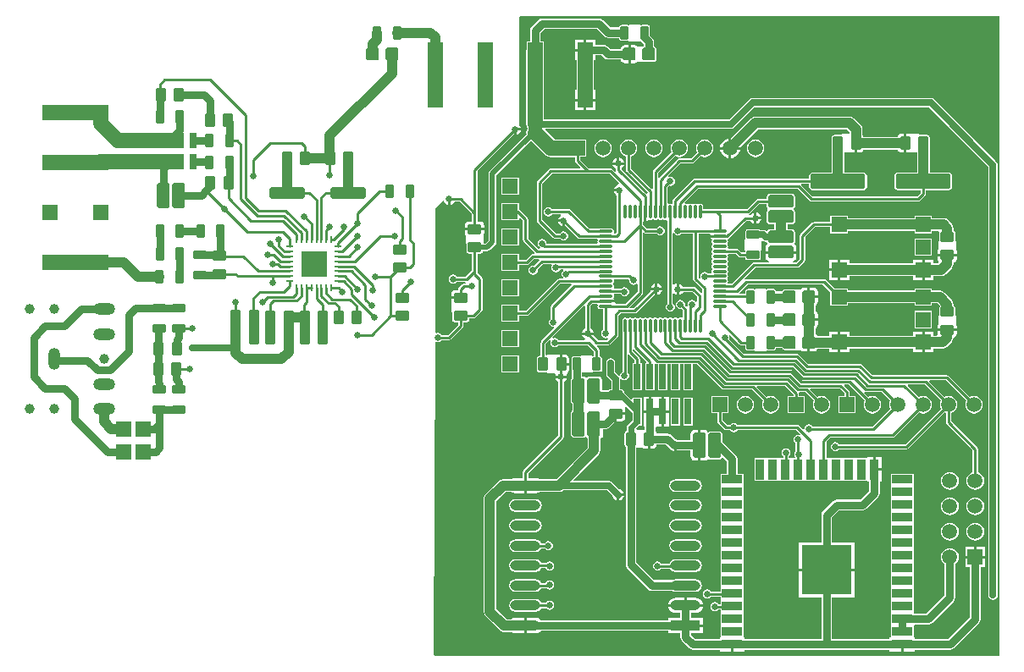
<source format=gtl>
G04 Layer_Physical_Order=1*
G04 Layer_Color=255*
%FSLAX43Y43*%
%MOMM*%
G71*
G01*
G75*
%ADD10R,1.524X1.524*%
%ADD11R,2.600X2.600*%
%ADD12O,0.750X0.250*%
%ADD13O,0.250X0.750*%
G04:AMPARAMS|DCode=14|XSize=1.4mm|YSize=1mm|CornerRadius=0.125mm|HoleSize=0mm|Usage=FLASHONLY|Rotation=270.000|XOffset=0mm|YOffset=0mm|HoleType=Round|Shape=RoundedRectangle|*
%AMROUNDEDRECTD14*
21,1,1.400,0.750,0,0,270.0*
21,1,1.150,1.000,0,0,270.0*
1,1,0.250,-0.375,-0.575*
1,1,0.250,-0.375,0.575*
1,1,0.250,0.375,0.575*
1,1,0.250,0.375,-0.575*
%
%ADD14ROUNDEDRECTD14*%
%ADD15R,5.000X5.000*%
%ADD16R,0.900X2.000*%
%ADD17R,2.000X0.900*%
G04:AMPARAMS|DCode=18|XSize=1.27mm|YSize=2.54mm|CornerRadius=0.159mm|HoleSize=0mm|Usage=FLASHONLY|Rotation=180.000|XOffset=0mm|YOffset=0mm|HoleType=Round|Shape=RoundedRectangle|*
%AMROUNDEDRECTD18*
21,1,1.270,2.223,0,0,180.0*
21,1,0.953,2.540,0,0,180.0*
1,1,0.318,-0.476,1.111*
1,1,0.318,0.476,1.111*
1,1,0.318,0.476,-1.111*
1,1,0.318,-0.476,-1.111*
%
%ADD18ROUNDEDRECTD18*%
%ADD19R,3.000X1.000*%
%ADD20O,3.000X1.000*%
G04:AMPARAMS|DCode=21|XSize=1.27mm|YSize=1.27mm|CornerRadius=0.159mm|HoleSize=0mm|Usage=FLASHONLY|Rotation=0.000|XOffset=0mm|YOffset=0mm|HoleType=Round|Shape=RoundedRectangle|*
%AMROUNDEDRECTD21*
21,1,1.270,0.953,0,0,0.0*
21,1,0.953,1.270,0,0,0.0*
1,1,0.318,0.476,-0.476*
1,1,0.318,-0.476,-0.476*
1,1,0.318,-0.476,0.476*
1,1,0.318,0.476,0.476*
%
%ADD21ROUNDEDRECTD21*%
G04:AMPARAMS|DCode=22|XSize=1.4mm|YSize=1mm|CornerRadius=0.125mm|HoleSize=0mm|Usage=FLASHONLY|Rotation=180.000|XOffset=0mm|YOffset=0mm|HoleType=Round|Shape=RoundedRectangle|*
%AMROUNDEDRECTD22*
21,1,1.400,0.750,0,0,180.0*
21,1,1.150,1.000,0,0,180.0*
1,1,0.250,-0.575,0.375*
1,1,0.250,0.575,0.375*
1,1,0.250,0.575,-0.375*
1,1,0.250,-0.575,-0.375*
%
%ADD22ROUNDEDRECTD22*%
G04:AMPARAMS|DCode=23|XSize=3.5mm|YSize=1.2mm|CornerRadius=0.15mm|HoleSize=0mm|Usage=FLASHONLY|Rotation=180.000|XOffset=0mm|YOffset=0mm|HoleType=Round|Shape=RoundedRectangle|*
%AMROUNDEDRECTD23*
21,1,3.500,0.900,0,0,180.0*
21,1,3.200,1.200,0,0,180.0*
1,1,0.300,-1.600,0.450*
1,1,0.300,1.600,0.450*
1,1,0.300,1.600,-0.450*
1,1,0.300,-1.600,-0.450*
%
%ADD23ROUNDEDRECTD23*%
G04:AMPARAMS|DCode=24|XSize=1.3mm|YSize=0.8mm|CornerRadius=0.1mm|HoleSize=0mm|Usage=FLASHONLY|Rotation=270.000|XOffset=0mm|YOffset=0mm|HoleType=Round|Shape=RoundedRectangle|*
%AMROUNDEDRECTD24*
21,1,1.300,0.600,0,0,270.0*
21,1,1.100,0.800,0,0,270.0*
1,1,0.200,-0.300,-0.550*
1,1,0.200,-0.300,0.550*
1,1,0.200,0.300,0.550*
1,1,0.200,0.300,-0.550*
%
%ADD24ROUNDEDRECTD24*%
G04:AMPARAMS|DCode=25|XSize=1.3mm|YSize=0.8mm|CornerRadius=0.1mm|HoleSize=0mm|Usage=FLASHONLY|Rotation=180.000|XOffset=0mm|YOffset=0mm|HoleType=Round|Shape=RoundedRectangle|*
%AMROUNDEDRECTD25*
21,1,1.300,0.600,0,0,180.0*
21,1,1.100,0.800,0,0,180.0*
1,1,0.200,-0.550,0.300*
1,1,0.200,0.550,0.300*
1,1,0.200,0.550,-0.300*
1,1,0.200,-0.550,-0.300*
%
%ADD25ROUNDEDRECTD25*%
G04:AMPARAMS|DCode=26|XSize=1.27mm|YSize=2.54mm|CornerRadius=0.159mm|HoleSize=0mm|Usage=FLASHONLY|Rotation=270.000|XOffset=0mm|YOffset=0mm|HoleType=Round|Shape=RoundedRectangle|*
%AMROUNDEDRECTD26*
21,1,1.270,2.223,0,0,270.0*
21,1,0.953,2.540,0,0,270.0*
1,1,0.318,-1.111,-0.476*
1,1,0.318,-1.111,0.476*
1,1,0.318,1.111,0.476*
1,1,0.318,1.111,-0.476*
%
%ADD26ROUNDEDRECTD26*%
%ADD27R,1.500X1.500*%
%ADD28O,1.400X0.300*%
%ADD29O,0.300X1.400*%
G04:AMPARAMS|DCode=30|XSize=5.5mm|YSize=1.5mm|CornerRadius=0.188mm|HoleSize=0mm|Usage=FLASHONLY|Rotation=0.000|XOffset=0mm|YOffset=0mm|HoleType=Round|Shape=RoundedRectangle|*
%AMROUNDEDRECTD30*
21,1,5.500,1.125,0,0,0.0*
21,1,5.125,1.500,0,0,0.0*
1,1,0.375,2.563,-0.563*
1,1,0.375,-2.563,-0.563*
1,1,0.375,-2.563,0.563*
1,1,0.375,2.563,0.563*
%
%ADD30ROUNDEDRECTD30*%
%ADD31R,0.700X2.500*%
%ADD32R,0.700X1.495*%
%ADD33R,2.950X1.495*%
%ADD34C,1.000*%
%ADD35C,0.800*%
%ADD36C,0.254*%
%ADD37C,0.650*%
%ADD38C,1.500*%
%ADD39C,0.600*%
%ADD40C,0.700*%
%ADD41C,0.500*%
%ADD42C,1.500*%
%ADD43R,1.500X1.500*%
%ADD44O,2.200X1.200*%
%ADD45O,1.200X2.200*%
%ADD46C,1.000*%
%ADD47C,0.650*%
G36*
X62512Y43498D02*
X62543Y43504D01*
X62676Y43594D01*
X62721Y43661D01*
X62777Y43624D01*
X62885Y43603D01*
X62993Y43624D01*
X63049Y43661D01*
X63135Y43676D01*
X63221Y43661D01*
X63277Y43624D01*
X63385Y43603D01*
X63493Y43624D01*
X63549Y43661D01*
X63635Y43676D01*
X63721Y43661D01*
X63777Y43624D01*
X63885Y43603D01*
X63993Y43624D01*
X64085Y43685D01*
X64185D01*
X64277Y43624D01*
X64385Y43603D01*
X64493Y43624D01*
X64499Y43628D01*
X64626Y43560D01*
Y35288D01*
X64571Y35251D01*
X64471Y35101D01*
X64436Y34925D01*
X64471Y34749D01*
X64571Y34599D01*
X64721Y34499D01*
X64897Y34464D01*
X65073Y34499D01*
X65223Y34599D01*
X65323Y34749D01*
X65358Y34925D01*
X65323Y35101D01*
X65223Y35251D01*
X65144Y35304D01*
Y36220D01*
X65271Y36266D01*
X65433Y36158D01*
X65532Y36138D01*
Y36703D01*
Y37268D01*
X65433Y37248D01*
X65271Y37140D01*
X65144Y37186D01*
Y42274D01*
X65271Y42312D01*
X65333Y42219D01*
X65483Y42119D01*
X65659Y42084D01*
X65835Y42119D01*
X65985Y42219D01*
X65989Y42226D01*
X67178D01*
Y37719D01*
X67198Y37620D01*
X67254Y37536D01*
X68067Y36723D01*
Y36365D01*
X67940Y36312D01*
X67366Y36886D01*
X67282Y36942D01*
X67183Y36962D01*
X66182D01*
X66076Y37120D01*
X65885Y37248D01*
X65786Y37268D01*
Y36703D01*
Y36138D01*
X65885Y36158D01*
X66076Y36286D01*
X66182Y36444D01*
X67076D01*
X67559Y35961D01*
Y35468D01*
X67432Y35430D01*
X67382Y35505D01*
X67232Y35605D01*
X67056Y35640D01*
X66880Y35605D01*
X66730Y35505D01*
X66630Y35355D01*
X66595Y35179D01*
X66628Y35016D01*
X66627Y35011D01*
X66617Y35005D01*
X66499Y34959D01*
X66358Y35100D01*
X66374Y35179D01*
X66339Y35355D01*
X66239Y35505D01*
X66089Y35605D01*
X65913Y35640D01*
X65737Y35605D01*
X65587Y35505D01*
X65487Y35355D01*
X65452Y35179D01*
X65487Y35003D01*
X65587Y34853D01*
X65737Y34753D01*
X65913Y34718D01*
X65992Y34734D01*
X66126Y34600D01*
Y33910D01*
X65999Y33842D01*
X65993Y33846D01*
X65885Y33867D01*
X65777Y33846D01*
X65721Y33809D01*
X65635Y33794D01*
X65549Y33809D01*
X65493Y33846D01*
X65385Y33867D01*
X65277Y33846D01*
X65221Y33809D01*
X65135Y33794D01*
X65049Y33809D01*
X64993Y33846D01*
X64885Y33867D01*
X64777Y33846D01*
X64721Y33809D01*
X64635Y33794D01*
X64549Y33809D01*
X64493Y33846D01*
X64385Y33867D01*
X64277Y33846D01*
X64221Y33809D01*
X64135Y33794D01*
X64049Y33809D01*
X63993Y33846D01*
X63885Y33867D01*
X63777Y33846D01*
X63721Y33809D01*
X63635Y33794D01*
X63549Y33809D01*
X63493Y33846D01*
X63385Y33867D01*
X63277Y33846D01*
X63221Y33809D01*
X63135Y33794D01*
X63049Y33809D01*
X62993Y33846D01*
X62885Y33867D01*
X62777Y33846D01*
X62721Y33809D01*
X62635Y33794D01*
X62549Y33809D01*
X62493Y33846D01*
X62385Y33867D01*
X62277Y33846D01*
X62221Y33809D01*
X62135Y33794D01*
X62049Y33809D01*
X61993Y33846D01*
X61885Y33867D01*
X61777Y33846D01*
X61685Y33785D01*
X61585D01*
X61493Y33846D01*
X61385Y33867D01*
X61277Y33846D01*
X61221Y33809D01*
X61135Y33794D01*
X61049Y33809D01*
X60993Y33846D01*
X60885Y33867D01*
X60777Y33846D01*
X60721Y33809D01*
X60635Y33794D01*
X60549Y33809D01*
X60493Y33846D01*
X60385Y33867D01*
X60277Y33846D01*
X60185Y33785D01*
X60124Y33693D01*
X60103Y33585D01*
Y32485D01*
X60124Y32377D01*
X60126Y32374D01*
Y28478D01*
X59999Y28393D01*
X59899Y28243D01*
X59867Y28083D01*
X59829Y28057D01*
X59742Y28032D01*
X59389Y28385D01*
Y29337D01*
X59354Y29513D01*
X59254Y29663D01*
X59104Y29763D01*
X58928Y29798D01*
X58752Y29763D01*
X58602Y29663D01*
X58502Y29513D01*
X58467Y29337D01*
Y28194D01*
X58502Y28018D01*
X58602Y27868D01*
X58975Y27495D01*
Y26678D01*
X58861D01*
X58763Y26658D01*
X58679Y26603D01*
X58666Y26583D01*
X58045D01*
Y27654D01*
X58022Y27766D01*
X57959Y27860D01*
X57865Y27923D01*
X57753Y27946D01*
X56801D01*
X56689Y27923D01*
X56595Y27860D01*
X56591Y27855D01*
X56439D01*
X56435Y27860D01*
X56341Y27923D01*
X56229Y27946D01*
X56068D01*
Y28360D01*
X57056D01*
X57142Y28446D01*
X57142Y28446D01*
X57231Y28429D01*
X57831D01*
X57920Y28446D01*
X57995Y28496D01*
X58045Y28571D01*
X58062Y28660D01*
Y29760D01*
X58045Y29849D01*
X57995Y29924D01*
X57920Y29974D01*
X57831Y29991D01*
X57790D01*
Y30607D01*
X57770Y30706D01*
X57714Y30790D01*
X57517Y30988D01*
X57518Y30997D01*
X57574Y31110D01*
X58674D01*
X58773Y31130D01*
X58857Y31186D01*
X59619Y31948D01*
X59675Y32032D01*
X59695Y32131D01*
Y34056D01*
X59924Y34285D01*
X61341D01*
X61440Y34305D01*
X61524Y34361D01*
X63313Y36150D01*
X63373Y36138D01*
Y36576D01*
X62935D01*
X62947Y36516D01*
X61234Y34803D01*
X60862D01*
X60814Y34920D01*
X62068Y36175D01*
X62124Y36259D01*
X62144Y36358D01*
Y42303D01*
X62271Y42345D01*
X62330Y42306D01*
X62429Y42286D01*
X63510D01*
X63555Y42219D01*
X63705Y42119D01*
X63881Y42084D01*
X64057Y42119D01*
X64207Y42219D01*
X64307Y42369D01*
X64342Y42545D01*
X64307Y42721D01*
X64207Y42871D01*
X64057Y42971D01*
X63881Y43006D01*
X63705Y42971D01*
X63555Y42871D01*
X63510Y42804D01*
X62536D01*
X62144Y43196D01*
Y43419D01*
X62258Y43488D01*
Y44435D01*
X62512D01*
Y43498D01*
D02*
G37*
G36*
X74543Y44990D02*
X74566Y44878D01*
X74629Y44784D01*
X74634Y44780D01*
Y44628D01*
X74629Y44624D01*
X74566Y44530D01*
X74543Y44418D01*
Y43466D01*
X74566Y43354D01*
X74629Y43260D01*
X74723Y43197D01*
X74835Y43174D01*
X75307D01*
Y42678D01*
X74835D01*
X74723Y42655D01*
X74629Y42592D01*
X74616Y42573D01*
X74561Y42499D01*
X74451Y42538D01*
X74386Y42581D01*
X74200Y42618D01*
X74200Y42618D01*
X73832D01*
X73791Y42646D01*
X73702Y42663D01*
X72602D01*
X72513Y42646D01*
X72438Y42596D01*
X72388Y42521D01*
X72371Y42432D01*
Y41832D01*
X72388Y41743D01*
X72388Y41743D01*
X72302Y41657D01*
Y40607D01*
X72388Y40521D01*
X72388Y40521D01*
X72371Y40432D01*
Y40391D01*
X71989D01*
X71712Y40668D01*
X71628Y40724D01*
X71529Y40744D01*
X70710D01*
X70642Y40871D01*
X70646Y40877D01*
X70667Y40985D01*
X70646Y41093D01*
X70585Y41185D01*
Y41285D01*
X70646Y41377D01*
X70667Y41485D01*
X70646Y41593D01*
X70609Y41649D01*
X70676Y41694D01*
X70759Y41818D01*
X72497Y43556D01*
X72883D01*
X72989Y43398D01*
X73180Y43270D01*
X73279Y43250D01*
Y43815D01*
Y44380D01*
X73180Y44360D01*
X72989Y44232D01*
X72915Y44122D01*
X72773Y44125D01*
X72735Y44192D01*
X72736Y44201D01*
X72812Y44252D01*
X73767Y45207D01*
X74543D01*
Y44990D01*
D02*
G37*
G36*
X68888Y42112D02*
X69835D01*
Y41858D01*
X68898D01*
X68904Y41827D01*
X68994Y41694D01*
X69061Y41649D01*
X69024Y41593D01*
X69003Y41485D01*
X69024Y41377D01*
X69085Y41285D01*
Y41185D01*
X69024Y41093D01*
X69003Y40985D01*
X69024Y40877D01*
X69061Y40821D01*
X69076Y40735D01*
X69061Y40649D01*
X69024Y40593D01*
X69003Y40485D01*
X69024Y40377D01*
X69085Y40285D01*
Y40185D01*
X69024Y40093D01*
X69003Y39985D01*
X69024Y39877D01*
X69061Y39821D01*
X69076Y39735D01*
X69061Y39649D01*
X69024Y39593D01*
X69003Y39485D01*
X69024Y39377D01*
X69061Y39321D01*
X69076Y39235D01*
X69061Y39149D01*
X69024Y39093D01*
X69003Y38985D01*
X69024Y38877D01*
X69085Y38785D01*
Y38685D01*
X69024Y38593D01*
X69003Y38485D01*
X69024Y38377D01*
X69028Y38371D01*
X68960Y38244D01*
X68689D01*
X68652Y38299D01*
X68502Y38399D01*
X68326Y38434D01*
X68150Y38399D01*
X68000Y38299D01*
X67900Y38149D01*
X67865Y37973D01*
X67899Y37803D01*
X67894Y37795D01*
X67785Y37737D01*
X67696Y37826D01*
Y42226D01*
X68819D01*
X68888Y42112D01*
D02*
G37*
G36*
X57592Y35196D02*
X57594Y35194D01*
X57595Y35193D01*
X57649Y35131D01*
X57624Y35093D01*
X57603Y34985D01*
X57624Y34877D01*
X57685Y34785D01*
X57777Y34724D01*
X57885Y34703D01*
X58176D01*
Y32639D01*
X58094Y32584D01*
X57994Y32434D01*
X57959Y32258D01*
X57994Y32082D01*
X58094Y31932D01*
X58244Y31832D01*
X58420Y31797D01*
X58590Y31831D01*
X58598Y31826D01*
X58656Y31717D01*
X58567Y31628D01*
X57638D01*
X57195Y32071D01*
X57207Y32131D01*
X56077D01*
X56097Y32032D01*
X56225Y31841D01*
X56353Y31755D01*
X56314Y31628D01*
X53711D01*
X53666Y31695D01*
X53516Y31795D01*
X53340Y31830D01*
X53170Y31796D01*
X53162Y31801D01*
X53104Y31910D01*
X56256Y35062D01*
X56383Y35009D01*
Y32781D01*
X56225Y32675D01*
X56097Y32484D01*
X56077Y32385D01*
X57207D01*
X57187Y32484D01*
X57059Y32675D01*
X56901Y32781D01*
Y35072D01*
X57055Y35226D01*
X57566D01*
X57592Y35196D01*
D02*
G37*
G36*
X60758Y37617D02*
X60753Y37592D01*
X60788Y37416D01*
X60888Y37266D01*
X61038Y37166D01*
X61214Y37131D01*
X61390Y37166D01*
X61499Y37239D01*
X61626Y37184D01*
Y36465D01*
X60405Y35244D01*
X59451D01*
X59382Y35358D01*
X58435D01*
Y35612D01*
X59372D01*
X59366Y35643D01*
X59276Y35776D01*
X59209Y35821D01*
X59246Y35877D01*
X59267Y35985D01*
X59246Y36093D01*
X59242Y36099D01*
X59310Y36226D01*
X59930D01*
X59999Y36123D01*
X60149Y36023D01*
X60325Y35988D01*
X60501Y36023D01*
X60651Y36123D01*
X60751Y36273D01*
X60786Y36449D01*
X60751Y36625D01*
X60651Y36775D01*
X60501Y36875D01*
X60325Y36910D01*
X60149Y36875D01*
X59999Y36775D01*
X59978Y36744D01*
X59310D01*
X59242Y36871D01*
X59246Y36877D01*
X59267Y36985D01*
X59246Y37093D01*
X59209Y37149D01*
X59194Y37235D01*
X59209Y37321D01*
X59246Y37377D01*
X59267Y37485D01*
X59246Y37593D01*
X59242Y37599D01*
X59310Y37726D01*
X60665D01*
X60758Y37617D01*
D02*
G37*
G36*
X97790Y0D02*
X41365D01*
X41275Y90D01*
X41364Y31394D01*
X41459Y31444D01*
X41491Y31449D01*
X41656Y31416D01*
X41832Y31451D01*
X41982Y31551D01*
X42027Y31618D01*
X42799D01*
X42898Y31638D01*
X42982Y31694D01*
X44125Y32837D01*
X44181Y32921D01*
X44201Y33020D01*
Y33393D01*
X44517D01*
X44615Y33413D01*
X44699Y33468D01*
X44754Y33552D01*
X44774Y33650D01*
Y33766D01*
X45201D01*
X45300Y33786D01*
X45384Y33842D01*
X46030Y34488D01*
X46086Y34572D01*
X46106Y34671D01*
Y37719D01*
X46086Y37818D01*
X46030Y37902D01*
X45598Y38334D01*
Y40251D01*
X45914D01*
X46012Y40271D01*
X46096Y40326D01*
X46151Y40410D01*
X46169Y40499D01*
X46598D01*
X46598Y40499D01*
X46745Y40528D01*
X46870Y40611D01*
X47389Y41130D01*
X47389Y41130D01*
X47472Y41255D01*
X47501Y41402D01*
X47501Y41402D01*
Y48101D01*
X50954Y51554D01*
X52334Y50175D01*
X52517Y50034D01*
X52730Y49946D01*
X52959Y49915D01*
X52959Y49915D01*
X55367D01*
Y49530D01*
X55387Y49431D01*
X55443Y49347D01*
X55899Y48890D01*
X55851Y48773D01*
X52959D01*
X52860Y48753D01*
X52776Y48697D01*
X51633Y47554D01*
X51577Y47470D01*
X51557Y47371D01*
Y43561D01*
X51577Y43462D01*
X51633Y43378D01*
X53157Y41854D01*
X53241Y41798D01*
X53340Y41778D01*
X53858D01*
X53903Y41711D01*
X54053Y41611D01*
X54229Y41576D01*
X54405Y41611D01*
X54555Y41711D01*
X54655Y41861D01*
X54690Y42037D01*
X54655Y42213D01*
X54555Y42363D01*
X54405Y42463D01*
X54229Y42498D01*
X54053Y42463D01*
X53903Y42363D01*
X53858Y42296D01*
X53447D01*
X52075Y43668D01*
Y47264D01*
X53066Y48255D01*
X58821D01*
X59759Y47317D01*
X59717Y47179D01*
X59591Y47154D01*
X59400Y47026D01*
X59272Y46835D01*
X59252Y46736D01*
X59817D01*
Y46482D01*
X59252D01*
X59272Y46383D01*
X59400Y46192D01*
X59558Y46086D01*
Y42398D01*
X59433Y42273D01*
X59300Y42285D01*
X59243Y42372D01*
X59246Y42377D01*
X59267Y42485D01*
X59246Y42593D01*
X59185Y42685D01*
X59093Y42746D01*
X58985Y42767D01*
X57885D01*
X57777Y42746D01*
X57774Y42744D01*
X56809D01*
X54920Y44633D01*
X54836Y44689D01*
X54737Y44709D01*
X53076D01*
X53031Y44776D01*
X52881Y44876D01*
X52705Y44911D01*
X52529Y44876D01*
X52379Y44776D01*
X52279Y44626D01*
X52244Y44450D01*
X52279Y44274D01*
X52379Y44124D01*
X52529Y44024D01*
X52705Y43989D01*
X52881Y44024D01*
X53031Y44124D01*
X53076Y44191D01*
X53901D01*
X53940Y44064D01*
X53812Y43978D01*
X53684Y43787D01*
X53664Y43688D01*
X54229D01*
Y43561D01*
X54356D01*
Y42996D01*
X54416Y43008D01*
X55622Y41802D01*
X55706Y41746D01*
X55805Y41726D01*
X57566D01*
X57592Y41696D01*
X57594Y41694D01*
X57595Y41693D01*
X57649Y41631D01*
X57624Y41593D01*
X57603Y41485D01*
X57624Y41377D01*
X57628Y41371D01*
X57560Y41244D01*
X52556D01*
X52531Y41275D01*
X52496Y41451D01*
X52396Y41601D01*
X52246Y41701D01*
X52070Y41736D01*
X51894Y41701D01*
X51744Y41601D01*
X51644Y41451D01*
X51609Y41275D01*
X51644Y41099D01*
X51744Y40949D01*
X51861Y40871D01*
X51823Y40744D01*
X51697D01*
X50678Y41763D01*
Y43688D01*
X50658Y43787D01*
X50602Y43871D01*
X49840Y44633D01*
X49772Y44679D01*
Y45327D01*
X48018D01*
Y43573D01*
X49772D01*
Y43803D01*
X49889Y43851D01*
X50160Y43581D01*
Y41656D01*
X50180Y41557D01*
X50236Y41473D01*
X51338Y40371D01*
X51285Y40244D01*
X51161D01*
X51062Y40224D01*
X50978Y40168D01*
X50439Y39629D01*
X49772D01*
Y40247D01*
X48018D01*
Y38493D01*
X49772D01*
Y39111D01*
X50546D01*
X50645Y39131D01*
X50729Y39187D01*
X51268Y39726D01*
X51753D01*
X51806Y39599D01*
X51260Y39053D01*
X51181Y39069D01*
X51005Y39034D01*
X50855Y38934D01*
X50755Y38784D01*
X50720Y38608D01*
X50755Y38432D01*
X50855Y38282D01*
X51005Y38182D01*
X51181Y38147D01*
X51357Y38182D01*
X51507Y38282D01*
X51607Y38432D01*
X51642Y38608D01*
X51626Y38687D01*
X52165Y39226D01*
X53014D01*
X53082Y39099D01*
X53041Y39038D01*
X53006Y38862D01*
X53041Y38686D01*
X53141Y38536D01*
X53291Y38436D01*
X53467Y38401D01*
X53643Y38436D01*
X53793Y38536D01*
X53893Y38686D01*
X53901Y38726D01*
X54188D01*
X54226Y38599D01*
X54157Y38553D01*
X54057Y38403D01*
X54022Y38227D01*
X54057Y38051D01*
X54157Y37901D01*
X54202Y37871D01*
X54164Y37744D01*
X53741D01*
X53642Y37724D01*
X53558Y37668D01*
X50439Y34549D01*
X49772D01*
Y35167D01*
X48018D01*
Y33413D01*
X49772D01*
Y34031D01*
X50546D01*
X50645Y34051D01*
X50729Y34107D01*
X53848Y37226D01*
X54968D01*
X55021Y37099D01*
X53030Y35108D01*
X52974Y35024D01*
X52954Y34925D01*
Y33772D01*
X52887Y33727D01*
X52787Y33577D01*
X52752Y33401D01*
X52787Y33225D01*
X52887Y33075D01*
X53037Y32975D01*
X53213Y32940D01*
X53225Y32942D01*
X53287Y32825D01*
X52003Y31541D01*
X51947Y31457D01*
X51927Y31358D01*
Y30042D01*
X51811D01*
X51713Y30022D01*
X51629Y29967D01*
X51574Y29883D01*
X51554Y29785D01*
Y28635D01*
X51574Y28537D01*
X51629Y28453D01*
X51713Y28398D01*
X51811Y28378D01*
X52543D01*
X52611Y28310D01*
X53373D01*
X53422Y28239D01*
X53430Y28166D01*
X53410Y28067D01*
X54540D01*
X54520Y28166D01*
X54571Y28319D01*
X54634Y28362D01*
X54718Y28487D01*
X54747Y28635D01*
Y29083D01*
X53986D01*
Y29210D01*
X53859D01*
Y30171D01*
X53611D01*
X53463Y30142D01*
X53415Y30110D01*
X52611D01*
X52572Y30071D01*
X52445Y30112D01*
Y31251D01*
X52799Y31605D01*
X52908Y31547D01*
X52913Y31539D01*
X52879Y31369D01*
X52914Y31193D01*
X53014Y31043D01*
X53164Y30943D01*
X53340Y30908D01*
X53516Y30943D01*
X53666Y31043D01*
X53711Y31110D01*
X56662D01*
X57272Y30500D01*
Y29991D01*
X57231D01*
X57142Y29974D01*
X57142Y29974D01*
X57056Y30060D01*
X56006D01*
X55920Y29974D01*
X55920Y29974D01*
X55831Y29991D01*
X55231D01*
X55142Y29974D01*
X55067Y29924D01*
X55017Y29849D01*
X55000Y29760D01*
Y29240D01*
X54994Y29210D01*
Y27696D01*
X54985Y27654D01*
Y25432D01*
X55008Y25320D01*
X55071Y25226D01*
X55114Y25197D01*
Y24587D01*
X55071Y24558D01*
X55008Y24464D01*
X54985Y24352D01*
Y22130D01*
X55008Y22018D01*
X55071Y21924D01*
X55165Y21861D01*
X55277Y21838D01*
X56229D01*
X56341Y21861D01*
X56435Y21924D01*
X56492Y21849D01*
X56503Y21832D01*
X56638Y21742D01*
Y20839D01*
X53487Y17688D01*
X51824D01*
X51799Y17708D01*
X51616Y17784D01*
X51419Y17810D01*
X50678D01*
Y18308D01*
X54158Y21788D01*
X54214Y21872D01*
X54234Y21971D01*
Y27417D01*
X54392Y27523D01*
X54520Y27714D01*
X54540Y27813D01*
X53410D01*
X53430Y27714D01*
X53558Y27523D01*
X53716Y27417D01*
Y22078D01*
X50236Y18598D01*
X50180Y18514D01*
X50160Y18415D01*
Y17810D01*
X49419D01*
X49222Y17784D01*
X49039Y17708D01*
X49014Y17688D01*
X48164D01*
X47919Y17640D01*
X47712Y17501D01*
X46411Y16200D01*
X46272Y15993D01*
X46224Y15748D01*
Y4445D01*
X46272Y4200D01*
X46411Y3993D01*
X47807Y2597D01*
X48014Y2458D01*
X48259Y2410D01*
X49014D01*
X49039Y2390D01*
X49222Y2314D01*
X49419Y2288D01*
X50292D01*
Y3049D01*
Y3809D01*
X49419D01*
X49222Y3784D01*
X49039Y3708D01*
X49014Y3688D01*
X48524D01*
X47502Y4710D01*
Y15483D01*
X48429Y16410D01*
X49014D01*
X49039Y16390D01*
X49222Y16314D01*
X49419Y16288D01*
X50292D01*
Y17049D01*
X50546D01*
Y16288D01*
X51419D01*
X51616Y16314D01*
X51799Y16390D01*
X51824Y16410D01*
X53752D01*
X53997Y16458D01*
X54191Y16588D01*
X58579D01*
X59115Y16052D01*
X59145Y15903D01*
X59273Y15712D01*
X59464Y15584D01*
X59563Y15564D01*
Y16129D01*
X59690D01*
Y16256D01*
X60255D01*
X60235Y16355D01*
X60107Y16546D01*
X59916Y16674D01*
X59767Y16704D01*
X59096Y17375D01*
X58946Y17475D01*
X58770Y17510D01*
X55283D01*
X55234Y17627D01*
X57729Y20122D01*
X57868Y20329D01*
X57916Y20574D01*
Y21742D01*
X58051Y21832D01*
X58142Y21969D01*
X58174Y22130D01*
Y22704D01*
X58431D01*
X58637Y22745D01*
X58811Y22861D01*
X59309Y23359D01*
Y24246D01*
X59436D01*
Y24373D01*
X60397D01*
Y24621D01*
X60368Y24769D01*
X60341Y24810D01*
X60357Y24901D01*
X60483Y24947D01*
X61118Y24311D01*
Y23634D01*
X60641Y23157D01*
X60547Y23016D01*
X60514Y22849D01*
Y22537D01*
X60476Y22529D01*
X60392Y22474D01*
X60337Y22390D01*
X60317Y22292D01*
Y21142D01*
X60337Y21044D01*
X60392Y20960D01*
X60412Y20947D01*
Y9155D01*
X60453Y8949D01*
X60569Y8775D01*
X62675Y6669D01*
X62849Y6553D01*
X63055Y6512D01*
X65095D01*
X65174Y6458D01*
X65419Y6410D01*
X67419D01*
X67664Y6458D01*
X67871Y6597D01*
X68010Y6804D01*
X68058Y7049D01*
X68010Y7294D01*
X67871Y7501D01*
X67664Y7640D01*
X67419Y7688D01*
X65419D01*
X65174Y7640D01*
X65095Y7586D01*
X63278D01*
X61486Y9378D01*
Y20817D01*
X62178D01*
X62226Y20785D01*
X62374Y20756D01*
X62622D01*
Y21717D01*
X62876D01*
Y20756D01*
X63124D01*
X63272Y20785D01*
X63397Y20869D01*
X63481Y20994D01*
X63510Y21142D01*
Y21180D01*
X64420D01*
X64898Y20702D01*
X65072Y20586D01*
X65120Y20576D01*
X65179Y20537D01*
X65278Y20517D01*
Y21082D01*
X65532D01*
Y20517D01*
X65631Y20537D01*
X65643Y20545D01*
X66921D01*
Y19971D01*
X66953Y19810D01*
X67044Y19673D01*
X67181Y19582D01*
X67342Y19550D01*
X67691D01*
Y21082D01*
Y22614D01*
X67342D01*
X67181Y22582D01*
X67044Y22491D01*
X66953Y22354D01*
X66921Y22193D01*
Y21619D01*
X65643D01*
X65631Y21627D01*
X65458Y21662D01*
X65023Y22097D01*
X64849Y22213D01*
X64643Y22254D01*
X63510D01*
Y22292D01*
X63481Y22440D01*
X63402Y22558D01*
Y22847D01*
X63469Y22946D01*
X63531D01*
Y22946D01*
X64008D01*
Y24450D01*
Y25954D01*
X63531D01*
Y25954D01*
X63469D01*
Y25954D01*
X62992D01*
Y24450D01*
X62865D01*
Y24323D01*
X62261D01*
Y22946D01*
X62328D01*
Y22669D01*
X62226Y22649D01*
X62178Y22617D01*
X61512D01*
X61460Y22744D01*
X61789Y23073D01*
X62072D01*
Y25827D01*
X61118D01*
Y25709D01*
X61001Y25660D01*
X60307Y26354D01*
X60268Y26380D01*
Y26421D01*
X60248Y26519D01*
X60193Y26603D01*
X60109Y26658D01*
X60011Y26678D01*
X59897D01*
Y27668D01*
X59946Y27703D01*
X60018Y27729D01*
X60149Y27641D01*
X60325Y27606D01*
X60501Y27641D01*
X60651Y27741D01*
X60751Y27891D01*
X60786Y28067D01*
X60751Y28243D01*
X60651Y28393D01*
X60644Y28397D01*
Y30123D01*
X60771Y30176D01*
X61336Y29611D01*
Y29317D01*
X61118D01*
Y26563D01*
X62072D01*
Y29317D01*
X61854D01*
Y29718D01*
X61834Y29817D01*
X61778Y29901D01*
X61157Y30522D01*
X61170Y30630D01*
X61287Y30676D01*
X62519Y29444D01*
X62466Y29317D01*
X62388D01*
Y26563D01*
X63342D01*
Y29203D01*
X63386Y29237D01*
X63469Y29264D01*
X63528Y29225D01*
X63627Y29205D01*
X63658D01*
Y26563D01*
X64612D01*
Y29205D01*
X64928D01*
Y26563D01*
X65882D01*
Y29205D01*
X66198D01*
Y26563D01*
X67152D01*
Y29205D01*
X67584D01*
X70048Y26741D01*
X70132Y26685D01*
X70231Y26665D01*
X73045D01*
X74151Y25558D01*
X74076Y25375D01*
X74045Y25146D01*
X74076Y24917D01*
X74164Y24704D01*
X74305Y24521D01*
X74488Y24380D01*
X74701Y24292D01*
X74930Y24261D01*
X75159Y24292D01*
X75372Y24380D01*
X75555Y24521D01*
X75696Y24704D01*
X75784Y24917D01*
X75815Y25146D01*
X75784Y25375D01*
X75696Y25588D01*
X75555Y25771D01*
X75372Y25912D01*
X75159Y26000D01*
X74930Y26031D01*
X74701Y26000D01*
X74518Y25924D01*
X73514Y26929D01*
X73562Y27046D01*
X76347D01*
X77211Y26182D01*
Y26023D01*
X76593D01*
Y24269D01*
X78347D01*
Y26023D01*
X77729D01*
Y26289D01*
X77834Y26411D01*
X78379D01*
X79231Y25558D01*
X79156Y25375D01*
X79125Y25146D01*
X79156Y24917D01*
X79244Y24704D01*
X79385Y24521D01*
X79568Y24380D01*
X79781Y24292D01*
X80010Y24261D01*
X80239Y24292D01*
X80452Y24380D01*
X80635Y24521D01*
X80776Y24704D01*
X80864Y24917D01*
X80895Y25146D01*
X80864Y25375D01*
X80776Y25588D01*
X80635Y25771D01*
X80452Y25912D01*
X80239Y26000D01*
X80010Y26031D01*
X79781Y26000D01*
X79598Y25924D01*
X78848Y26675D01*
X78896Y26792D01*
X81808D01*
X82291Y26309D01*
Y26023D01*
X81673D01*
Y24269D01*
X83427D01*
Y26023D01*
X82809D01*
Y26416D01*
X82789Y26515D01*
X82733Y26599D01*
X82277Y27056D01*
X82325Y27173D01*
X82697D01*
X84312Y25558D01*
X84236Y25375D01*
X84205Y25146D01*
X84236Y24917D01*
X84324Y24704D01*
X84465Y24521D01*
X84648Y24380D01*
X84861Y24292D01*
X85090Y24261D01*
X85319Y24292D01*
X85532Y24380D01*
X85715Y24521D01*
X85856Y24704D01*
X85944Y24917D01*
X85975Y25146D01*
X85944Y25375D01*
X85856Y25588D01*
X85715Y25771D01*
X85532Y25912D01*
X85319Y26000D01*
X85090Y26031D01*
X84861Y26000D01*
X84678Y25924D01*
X84261Y26342D01*
X84341Y26440D01*
X84356Y26431D01*
X84455Y26411D01*
X85999D01*
X86852Y25558D01*
X86776Y25375D01*
X86745Y25146D01*
X86776Y24917D01*
X86852Y24734D01*
X85110Y22992D01*
X79111D01*
X79066Y23059D01*
X78916Y23159D01*
X78740Y23194D01*
X78564Y23159D01*
X78414Y23059D01*
X78314Y22909D01*
X78279Y22733D01*
X78281Y22721D01*
X78164Y22659D01*
X77780Y23043D01*
X77696Y23099D01*
X77597Y23119D01*
X71618D01*
X71573Y23186D01*
X71423Y23286D01*
X71247Y23321D01*
X71071Y23286D01*
X70921Y23186D01*
X70876Y23119D01*
X70592D01*
X70109Y23602D01*
Y24269D01*
X70727D01*
Y26023D01*
X68973D01*
Y24269D01*
X69591D01*
Y23495D01*
X69611Y23396D01*
X69667Y23312D01*
X70302Y22677D01*
X70386Y22621D01*
X70485Y22601D01*
X70876D01*
X70921Y22534D01*
X71071Y22434D01*
X71247Y22399D01*
X71423Y22434D01*
X71573Y22534D01*
X71618Y22601D01*
X77490D01*
X77867Y22224D01*
X77804Y22107D01*
X77678Y22132D01*
X77502Y22097D01*
X77352Y21997D01*
X77252Y21847D01*
X77217Y21671D01*
X77252Y21495D01*
X77352Y21345D01*
X77419Y21300D01*
Y20533D01*
X77398Y20519D01*
X77298Y20369D01*
X77263Y20193D01*
X77298Y20017D01*
X77356Y19930D01*
X77288Y19803D01*
X77112D01*
X77101Y19803D01*
X76985D01*
X76974Y19803D01*
X76713D01*
Y19949D01*
X76780Y19994D01*
X76880Y20144D01*
X76915Y20320D01*
X76880Y20496D01*
X76780Y20646D01*
X76630Y20746D01*
X76454Y20781D01*
X76278Y20746D01*
X76128Y20646D01*
X76028Y20496D01*
X75993Y20320D01*
X76028Y20144D01*
X76128Y19994D01*
X76195Y19949D01*
Y19803D01*
X75842D01*
X75831Y19803D01*
X75715D01*
X75704Y19803D01*
X74572D01*
X74561Y19803D01*
X74445D01*
X74434Y19803D01*
X73291D01*
Y17549D01*
X74434D01*
X74445Y17549D01*
X74561D01*
X74572Y17549D01*
X75704D01*
X75715Y17549D01*
X75831D01*
X75842Y17549D01*
X76974D01*
X76985Y17549D01*
X77101D01*
X77112Y17549D01*
X78244D01*
X78255Y17549D01*
X78371D01*
X78382Y17549D01*
X79525D01*
Y17549D01*
X79641D01*
Y17549D01*
X80784D01*
X80795Y17549D01*
X80911D01*
X80922Y17549D01*
X82054D01*
X82065Y17549D01*
X82181D01*
X82192Y17549D01*
X83324D01*
X83335Y17549D01*
X83451D01*
X83462Y17549D01*
X84594D01*
Y17422D01*
X84761D01*
Y16525D01*
X83886Y15650D01*
X81534D01*
X81328Y15609D01*
X81154Y15493D01*
X80138Y14477D01*
X80022Y14303D01*
X79981Y14097D01*
Y11390D01*
X77764D01*
Y8763D01*
X80518D01*
X83272D01*
Y11390D01*
X81055D01*
Y13874D01*
X81757Y14576D01*
X84109D01*
X84315Y14617D01*
X84489Y14733D01*
X85678Y15922D01*
X85794Y16096D01*
X85835Y16302D01*
Y17422D01*
X86002D01*
Y18549D01*
X85298D01*
Y18676D01*
X85171D01*
Y19930D01*
X84594D01*
Y19803D01*
X83462D01*
X83451Y19803D01*
X83335D01*
X83324Y19803D01*
X82192D01*
X82181Y19803D01*
X82065D01*
X82054Y19803D01*
X80922D01*
X80911Y19803D01*
X80795D01*
X80784Y19803D01*
X80477D01*
Y21437D01*
X80879Y21839D01*
X87122D01*
X87221Y21859D01*
X87305Y21915D01*
X89758Y24368D01*
X89941Y24292D01*
X90170Y24261D01*
X90399Y24292D01*
X90612Y24380D01*
X90795Y24521D01*
X90936Y24704D01*
X91024Y24917D01*
X91055Y25146D01*
X91024Y25375D01*
X90936Y25588D01*
X90795Y25771D01*
X90612Y25912D01*
X90399Y26000D01*
X90170Y26031D01*
X89941Y26000D01*
X89758Y25924D01*
X88627Y27056D01*
X88675Y27173D01*
X90317D01*
X91932Y25558D01*
X91856Y25375D01*
X91825Y25146D01*
X91856Y24917D01*
X91932Y24734D01*
X88412Y21214D01*
X81778D01*
X81733Y21281D01*
X81583Y21381D01*
X81407Y21416D01*
X81231Y21381D01*
X81081Y21281D01*
X80981Y21131D01*
X80946Y20955D01*
X80981Y20779D01*
X81081Y20629D01*
X81231Y20529D01*
X81407Y20494D01*
X81583Y20529D01*
X81733Y20629D01*
X81778Y20696D01*
X88519D01*
X88618Y20716D01*
X88702Y20772D01*
X92298Y24368D01*
X92451Y24304D01*
Y23368D01*
X92471Y23269D01*
X92527Y23185D01*
X95118Y20594D01*
Y18368D01*
X94935Y18292D01*
X94752Y18151D01*
X94611Y17968D01*
X94523Y17755D01*
X94492Y17526D01*
X94523Y17297D01*
X94611Y17084D01*
X94752Y16901D01*
X94935Y16760D01*
X95148Y16672D01*
X95377Y16641D01*
X95606Y16672D01*
X95819Y16760D01*
X96002Y16901D01*
X96143Y17084D01*
X96231Y17297D01*
X96262Y17526D01*
X96231Y17755D01*
X96143Y17968D01*
X96002Y18151D01*
X95819Y18292D01*
X95636Y18368D01*
Y20701D01*
X95616Y20800D01*
X95560Y20884D01*
X92969Y23475D01*
Y24304D01*
X93152Y24380D01*
X93335Y24521D01*
X93476Y24704D01*
X93564Y24917D01*
X93595Y25146D01*
X93564Y25375D01*
X93476Y25588D01*
X93335Y25771D01*
X93152Y25912D01*
X92939Y26000D01*
X92710Y26031D01*
X92481Y26000D01*
X92298Y25924D01*
X90770Y27452D01*
X90819Y27569D01*
X92460D01*
X94471Y25558D01*
X94396Y25375D01*
X94365Y25146D01*
X94396Y24917D01*
X94484Y24704D01*
X94625Y24521D01*
X94808Y24380D01*
X95021Y24292D01*
X95250Y24261D01*
X95479Y24292D01*
X95692Y24380D01*
X95875Y24521D01*
X96016Y24704D01*
X96104Y24917D01*
X96135Y25146D01*
X96104Y25375D01*
X96016Y25588D01*
X95875Y25771D01*
X95692Y25912D01*
X95479Y26000D01*
X95250Y26031D01*
X95021Y26000D01*
X94838Y25924D01*
X92751Y28012D01*
X92667Y28068D01*
X92568Y28087D01*
X85086D01*
X84034Y29139D01*
X83950Y29195D01*
X83851Y29215D01*
X78682D01*
X77742Y30155D01*
X77658Y30211D01*
X77559Y30231D01*
X72243D01*
X70780Y31695D01*
X70784Y31701D01*
X70819Y31877D01*
X70785Y32047D01*
X70790Y32055D01*
X70899Y32113D01*
X71826Y31186D01*
X71910Y31130D01*
X72009Y31110D01*
X72367D01*
Y30819D01*
X72384Y30730D01*
X72434Y30655D01*
X72509Y30605D01*
X72598Y30588D01*
X73198D01*
X73287Y30605D01*
X73287Y30605D01*
X73373Y30519D01*
X74423D01*
X74509Y30605D01*
X74509Y30605D01*
X74598Y30588D01*
X75198D01*
X75287Y30605D01*
X75362Y30655D01*
X75412Y30730D01*
X75429Y30819D01*
Y30832D01*
X76080D01*
X76090Y30781D01*
X76153Y30687D01*
X76247Y30624D01*
X76359Y30601D01*
X77311D01*
X77393Y30618D01*
X77407Y30607D01*
Y30607D01*
X77958D01*
X77966Y30595D01*
X78103Y30504D01*
X78264Y30472D01*
X78613D01*
Y31369D01*
X78867D01*
Y30472D01*
X79216D01*
X79377Y30504D01*
X79514Y30595D01*
X79604Y30730D01*
X80771D01*
Y30390D01*
X81648D01*
Y31394D01*
Y32398D01*
X80771D01*
Y32008D01*
X79604D01*
X79514Y32143D01*
X79379Y32233D01*
Y32791D01*
X79514Y32881D01*
X79605Y33018D01*
X79637Y33179D01*
Y33528D01*
X78740D01*
Y33782D01*
X79637D01*
Y34131D01*
X79605Y34292D01*
X79514Y34429D01*
X79379Y34519D01*
Y35077D01*
X79514Y35167D01*
X79605Y35304D01*
X79637Y35465D01*
Y35814D01*
X78740D01*
Y35941D01*
X78613D01*
Y36838D01*
X78264D01*
X78103Y36806D01*
X77966Y36715D01*
X77958Y36703D01*
X77407D01*
Y36703D01*
X77393Y36692D01*
X77311Y36709D01*
X76359D01*
X76247Y36686D01*
X76153Y36623D01*
X76090Y36529D01*
X76080Y36478D01*
X75461D01*
Y36491D01*
X75444Y36580D01*
X75394Y36655D01*
X75319Y36705D01*
X75230Y36722D01*
X74630D01*
X74541Y36705D01*
X74541Y36705D01*
X74455Y36791D01*
X73405D01*
X73319Y36705D01*
X73319Y36705D01*
X73230Y36722D01*
X72630D01*
X72541Y36705D01*
X72466Y36655D01*
X72416Y36580D01*
X72399Y36491D01*
Y36244D01*
X71842D01*
X71789Y36371D01*
X72624Y37206D01*
X80119D01*
X80898Y36426D01*
Y35039D01*
X82652D01*
Y35276D01*
X89306D01*
Y35039D01*
X91060D01*
Y35276D01*
X91582D01*
X91831Y35027D01*
X91826Y34985D01*
X91771Y34901D01*
X91751Y34803D01*
Y34071D01*
X91683Y34003D01*
Y33199D01*
X91651Y33151D01*
X91622Y33003D01*
Y32755D01*
X92583D01*
X93544D01*
Y33003D01*
X93515Y33151D01*
X93483Y33199D01*
Y34003D01*
X93415Y34071D01*
Y34803D01*
X93395Y34901D01*
X93340Y34985D01*
X93256Y35040D01*
X93222Y35047D01*
Y35179D01*
X93174Y35424D01*
X93035Y35631D01*
X92298Y36368D01*
X92091Y36506D01*
X91846Y36555D01*
X91060D01*
Y36793D01*
X89306D01*
Y36555D01*
X82652D01*
Y36793D01*
X81265D01*
X80409Y37648D01*
X80325Y37704D01*
X80226Y37724D01*
X72517D01*
X72418Y37704D01*
X72404Y37695D01*
X72323Y37793D01*
X73386Y38857D01*
X77597D01*
X77696Y38877D01*
X77780Y38933D01*
X78288Y39441D01*
X78344Y39525D01*
X78364Y39624D01*
Y41930D01*
X79330Y42896D01*
X80898D01*
Y42278D01*
X82652D01*
Y42515D01*
X89306D01*
Y42278D01*
X91060D01*
Y42515D01*
X91699D01*
X91770Y42396D01*
X91769Y42388D01*
X91751Y42296D01*
Y41564D01*
X91683Y41496D01*
Y40692D01*
X91651Y40644D01*
X91622Y40496D01*
Y40248D01*
X92583D01*
X93544D01*
Y40496D01*
X93515Y40644D01*
X93483Y40692D01*
Y41496D01*
X93415Y41564D01*
Y42296D01*
X93395Y42394D01*
X93340Y42478D01*
X93256Y42533D01*
X93222Y42540D01*
Y42799D01*
X93174Y43044D01*
X93035Y43251D01*
X92679Y43607D01*
X92472Y43745D01*
X92227Y43794D01*
X91060D01*
Y44032D01*
X89306D01*
Y43794D01*
X82652D01*
Y44032D01*
X80898D01*
Y43414D01*
X79223D01*
X79123Y43394D01*
X79039Y43338D01*
X77922Y42220D01*
X77866Y42136D01*
X77846Y42037D01*
Y39731D01*
X77490Y39375D01*
X77135D01*
X77123Y39502D01*
X77218Y39521D01*
X77355Y39612D01*
X77446Y39749D01*
X77478Y39910D01*
Y40259D01*
X75946D01*
X74414D01*
Y39910D01*
X74446Y39749D01*
X74537Y39612D01*
X74674Y39521D01*
X74769Y39502D01*
X74757Y39375D01*
X73279D01*
X73180Y39355D01*
X73096Y39299D01*
X71041Y37244D01*
X70710D01*
X70642Y37371D01*
X70646Y37377D01*
X70667Y37485D01*
X70646Y37593D01*
X70609Y37649D01*
X70594Y37735D01*
X70609Y37821D01*
X70646Y37877D01*
X70667Y37985D01*
X70646Y38093D01*
X70609Y38149D01*
X70594Y38235D01*
X70609Y38321D01*
X70646Y38377D01*
X70667Y38485D01*
X70646Y38593D01*
X70585Y38685D01*
Y38785D01*
X70646Y38877D01*
X70667Y38985D01*
X70646Y39093D01*
X70609Y39149D01*
X70594Y39235D01*
X70609Y39321D01*
X70646Y39377D01*
X70667Y39485D01*
X70646Y39593D01*
X70609Y39649D01*
X70594Y39735D01*
X70609Y39821D01*
X70646Y39877D01*
X70667Y39985D01*
X70646Y40093D01*
X70642Y40099D01*
X70710Y40226D01*
X71422D01*
X71699Y39949D01*
X71783Y39893D01*
X71882Y39873D01*
X72371D01*
Y39832D01*
X72388Y39743D01*
X72438Y39668D01*
X72513Y39618D01*
X72602Y39601D01*
X73702D01*
X73791Y39618D01*
X73866Y39668D01*
X73916Y39743D01*
X73933Y39832D01*
Y40432D01*
X73916Y40521D01*
X73916Y40521D01*
X74002Y40607D01*
Y41469D01*
X74129Y41532D01*
X74236Y41461D01*
X74422Y41424D01*
X74422Y41424D01*
X74545D01*
X74566Y41322D01*
X74629Y41228D01*
X74554Y41171D01*
X74537Y41160D01*
X74446Y41023D01*
X74414Y40862D01*
Y40513D01*
X75946D01*
X77478D01*
Y40862D01*
X77446Y41023D01*
X77355Y41160D01*
X77338Y41171D01*
X77263Y41228D01*
X77326Y41322D01*
X77349Y41434D01*
Y42386D01*
X77326Y42498D01*
X77263Y42592D01*
X77169Y42655D01*
X77057Y42678D01*
X76585D01*
Y43174D01*
X77057D01*
X77169Y43197D01*
X77263Y43260D01*
X77326Y43354D01*
X77349Y43466D01*
Y44418D01*
X77326Y44530D01*
X77263Y44624D01*
X77258Y44628D01*
Y44780D01*
X77263Y44784D01*
X77326Y44878D01*
X77349Y44990D01*
Y45942D01*
X77326Y46054D01*
X77263Y46148D01*
X77169Y46211D01*
X77057Y46234D01*
X74835D01*
X74723Y46211D01*
X74629Y46148D01*
X74566Y46054D01*
X74543Y45942D01*
Y45725D01*
X73660D01*
X73561Y45705D01*
X73477Y45649D01*
X72522Y44694D01*
X68167D01*
Y44985D01*
X68146Y45093D01*
X68085Y45185D01*
X67993Y45246D01*
X67885Y45267D01*
X67777Y45246D01*
X67721Y45209D01*
X67635Y45194D01*
X67549Y45209D01*
X67493Y45246D01*
X67385Y45267D01*
X67277Y45246D01*
X67221Y45209D01*
X67135Y45194D01*
X67049Y45209D01*
X66993Y45246D01*
X66885Y45267D01*
X66777Y45246D01*
X66685Y45185D01*
X66585D01*
X66493Y45246D01*
X66385Y45267D01*
X66325Y45385D01*
X67671Y46731D01*
X77617D01*
X78811Y45537D01*
X78895Y45481D01*
X78994Y45461D01*
X89662D01*
X89761Y45481D01*
X89845Y45537D01*
X90344Y46036D01*
X90400Y46120D01*
X90420Y46219D01*
Y46615D01*
X92724D01*
X92846Y46639D01*
X92950Y46709D01*
X93020Y46813D01*
X93044Y46936D01*
Y48061D01*
X93020Y48183D01*
X92950Y48287D01*
X92846Y48357D01*
X92724Y48381D01*
X90820D01*
Y51308D01*
X90813Y51345D01*
Y51883D01*
X90793Y51981D01*
X90738Y52065D01*
X90654Y52120D01*
X90556Y52140D01*
X89824D01*
X89756Y52208D01*
X88952D01*
X88904Y52240D01*
X88756Y52269D01*
X88508D01*
Y51308D01*
Y50347D01*
X88756D01*
X88904Y50376D01*
X88952Y50408D01*
X89542D01*
Y48381D01*
X87599D01*
X87476Y48357D01*
X87372Y48287D01*
X87302Y48183D01*
X87278Y48061D01*
Y46936D01*
X87302Y46813D01*
X87372Y46709D01*
X87476Y46639D01*
X87599Y46615D01*
X89902D01*
Y46326D01*
X89555Y45979D01*
X79101D01*
X77968Y47112D01*
X78021Y47239D01*
X78778D01*
Y46936D01*
X78802Y46813D01*
X78872Y46709D01*
X78976Y46639D01*
X79099Y46615D01*
X84224D01*
X84346Y46639D01*
X84450Y46709D01*
X84520Y46813D01*
X84544Y46936D01*
Y48061D01*
X84520Y48183D01*
X84450Y48287D01*
X84346Y48357D01*
X84224Y48381D01*
X82289D01*
Y50408D01*
X82879D01*
X82927Y50376D01*
X83075Y50347D01*
X83323D01*
Y51308D01*
X83577D01*
Y50347D01*
X83825D01*
X83973Y50376D01*
X84098Y50460D01*
X84182Y50585D01*
X84199Y50669D01*
X87632D01*
X87649Y50585D01*
X87733Y50460D01*
X87858Y50376D01*
X88006Y50347D01*
X88254D01*
Y51308D01*
Y52269D01*
X88006D01*
X87858Y52240D01*
X87733Y52156D01*
X87649Y52031D01*
X87632Y51947D01*
X84199D01*
X84182Y52031D01*
X84098Y52156D01*
X84089Y52162D01*
Y52694D01*
X84041Y52939D01*
X83902Y53146D01*
X83256Y53792D01*
X83049Y53931D01*
X82804Y53979D01*
X73406D01*
X73161Y53931D01*
X72954Y53792D01*
X70993Y51831D01*
Y50927D01*
X71897D01*
X73671Y52701D01*
X82539D01*
X82811Y52429D01*
Y52208D01*
X82075D01*
X82007Y52140D01*
X81275D01*
X81177Y52120D01*
X81093Y52065D01*
X81038Y51981D01*
X81018Y51883D01*
Y51345D01*
X81011Y51308D01*
Y48381D01*
X79099D01*
X78976Y48357D01*
X78872Y48287D01*
X78802Y48183D01*
X78778Y48061D01*
Y47757D01*
X67310D01*
X67211Y47737D01*
X67127Y47681D01*
X65202Y45756D01*
X65146Y45672D01*
X65126Y45573D01*
Y45310D01*
X64999Y45242D01*
X64993Y45246D01*
X64885Y45267D01*
X64777Y45246D01*
X64771Y45242D01*
X64644Y45310D01*
Y46879D01*
X64818Y47053D01*
X64897Y47037D01*
X65073Y47072D01*
X65223Y47172D01*
X65323Y47322D01*
X65358Y47498D01*
X65323Y47674D01*
X65223Y47824D01*
X65073Y47924D01*
X64897Y47959D01*
X64727Y47925D01*
X64719Y47930D01*
X64661Y48039D01*
X65893Y49271D01*
X67056D01*
X67155Y49291D01*
X67239Y49347D01*
X67914Y50021D01*
X68097Y49946D01*
X68326Y49915D01*
X68555Y49946D01*
X68768Y50034D01*
X68951Y50175D01*
X69092Y50358D01*
X69180Y50571D01*
X69211Y50800D01*
X69180Y51029D01*
X69092Y51242D01*
X68951Y51425D01*
X68768Y51566D01*
X68555Y51654D01*
X68326Y51685D01*
X68097Y51654D01*
X67884Y51566D01*
X67701Y51425D01*
X67560Y51242D01*
X67472Y51029D01*
X67441Y50800D01*
X67472Y50571D01*
X67548Y50388D01*
X66949Y49789D01*
X65786D01*
X65687Y49769D01*
X65603Y49713D01*
X63771Y47881D01*
X63644Y47934D01*
Y48292D01*
X65374Y50021D01*
X65557Y49946D01*
X65786Y49915D01*
X66015Y49946D01*
X66228Y50034D01*
X66411Y50175D01*
X66552Y50358D01*
X66640Y50571D01*
X66671Y50800D01*
X66640Y51029D01*
X66552Y51242D01*
X66411Y51425D01*
X66228Y51566D01*
X66015Y51654D01*
X65786Y51685D01*
X65557Y51654D01*
X65344Y51566D01*
X65161Y51425D01*
X65020Y51242D01*
X64932Y51029D01*
X64901Y50800D01*
X64932Y50571D01*
X65007Y50388D01*
X63202Y48582D01*
X63146Y48498D01*
X63126Y48399D01*
Y46767D01*
X62999Y46714D01*
X60965Y48748D01*
Y49958D01*
X61148Y50034D01*
X61331Y50175D01*
X61472Y50358D01*
X61560Y50571D01*
X61591Y50800D01*
X61560Y51029D01*
X61472Y51242D01*
X61331Y51425D01*
X61148Y51566D01*
X60935Y51654D01*
X60706Y51685D01*
X60477Y51654D01*
X60264Y51566D01*
X60081Y51425D01*
X59940Y51242D01*
X59852Y51029D01*
X59821Y50800D01*
X59852Y50571D01*
X59940Y50358D01*
X60081Y50175D01*
X60264Y50034D01*
X60447Y49958D01*
Y48641D01*
X60467Y48542D01*
X60523Y48458D01*
X62613Y46368D01*
X62600Y46260D01*
X62483Y46214D01*
X60038Y48659D01*
X60054Y48823D01*
X60107Y48859D01*
X60235Y49050D01*
X60255Y49149D01*
X59125D01*
X59145Y49050D01*
X59273Y48859D01*
X59431Y48753D01*
Y48641D01*
X59451Y48542D01*
X59460Y48528D01*
X59362Y48447D01*
X59111Y48697D01*
X59027Y48753D01*
X58928Y48773D01*
X56749D01*
X55885Y49637D01*
Y49923D01*
X56503D01*
Y50743D01*
X56511Y50800D01*
X56503Y50857D01*
Y51677D01*
X55683D01*
X55626Y51685D01*
X53325D01*
X52375Y52635D01*
X52424Y52752D01*
X70993D01*
X71169Y52787D01*
X71319Y52887D01*
X73343Y54911D01*
X90741D01*
X96694Y48958D01*
Y6096D01*
X96729Y5920D01*
X96829Y5770D01*
X96979Y5670D01*
X97155Y5635D01*
X97331Y5670D01*
X97481Y5770D01*
X97581Y5920D01*
X97616Y6096D01*
Y49149D01*
X97581Y49325D01*
X97481Y49475D01*
X91258Y55698D01*
X91108Y55798D01*
X90932Y55833D01*
X73152D01*
X73152Y55833D01*
X72976Y55798D01*
X72826Y55698D01*
X72826Y55698D01*
X70802Y53674D01*
X52273D01*
Y55626D01*
Y60626D01*
X52265Y60683D01*
Y61503D01*
X51925D01*
Y62341D01*
X52293Y62709D01*
X57562D01*
X58294Y61977D01*
X58468Y61861D01*
X58674Y61820D01*
X59794D01*
Y61807D01*
X59811Y61718D01*
X59861Y61643D01*
X59936Y61593D01*
X60025Y61576D01*
X60625D01*
X60714Y61593D01*
X60714Y61593D01*
X60800Y61507D01*
X61850D01*
X61945Y61501D01*
X62201Y61245D01*
Y61073D01*
X62167Y60960D01*
X61615D01*
X61607Y60972D01*
X61470Y61063D01*
X61309Y61095D01*
X60960D01*
Y60198D01*
Y59301D01*
X61309D01*
X61470Y59333D01*
X61607Y59424D01*
X61615Y59436D01*
X62167D01*
Y59436D01*
X62180Y59447D01*
X62262Y59430D01*
X63214D01*
X63326Y59453D01*
X63420Y59516D01*
X63483Y59610D01*
X63506Y59722D01*
Y60674D01*
X63483Y60786D01*
X63420Y60880D01*
X63326Y60943D01*
X63275Y60953D01*
Y61468D01*
X63234Y61674D01*
X63118Y61848D01*
X62862Y62104D01*
Y62357D01*
X62856Y62387D01*
Y62907D01*
X62839Y62996D01*
X62789Y63071D01*
X62714Y63121D01*
X62625Y63138D01*
X62025D01*
X61936Y63121D01*
X61936Y63121D01*
X61850Y63207D01*
X60800D01*
X60714Y63121D01*
X60714Y63121D01*
X60625Y63138D01*
X60025D01*
X59936Y63121D01*
X59861Y63071D01*
X59811Y62996D01*
X59794Y62907D01*
Y62894D01*
X58897D01*
X58165Y63626D01*
X57991Y63742D01*
X57785Y63783D01*
X52070D01*
X51864Y63742D01*
X51690Y63626D01*
X51008Y62944D01*
X50892Y62770D01*
X50851Y62564D01*
Y61503D01*
X50511D01*
Y60683D01*
X50503Y60626D01*
Y55626D01*
Y53213D01*
X50534Y52984D01*
X50613Y52792D01*
X50534Y52600D01*
X50503Y52371D01*
X50524Y52211D01*
X46845Y48532D01*
X46762Y48407D01*
X46733Y48260D01*
X46733Y48260D01*
Y41561D01*
X46439Y41267D01*
X46256D01*
X46239Y41308D01*
Y42112D01*
X46271Y42160D01*
X46300Y42308D01*
Y42556D01*
X44378D01*
Y42308D01*
X44407Y42160D01*
X44439Y42112D01*
Y41308D01*
X44507Y41240D01*
Y40508D01*
X44527Y40410D01*
X44582Y40326D01*
X44666Y40271D01*
X44764Y40251D01*
X45080D01*
Y38588D01*
X44470Y37978D01*
X43551D01*
X43506Y38045D01*
X43356Y38145D01*
X43180Y38180D01*
X43004Y38145D01*
X42854Y38045D01*
X42754Y37895D01*
X42719Y37719D01*
X42754Y37543D01*
X42854Y37393D01*
X43004Y37293D01*
X43180Y37258D01*
X43356Y37293D01*
X43506Y37393D01*
X43551Y37460D01*
X44379D01*
X44451Y37333D01*
X44419Y37279D01*
X44259D01*
X44160Y37260D01*
X44076Y37204D01*
X43759Y36886D01*
X43703Y36802D01*
X43683Y36703D01*
Y36586D01*
X43367D01*
X43219Y36557D01*
X43094Y36473D01*
X43010Y36348D01*
X42981Y36200D01*
Y35952D01*
X43942D01*
Y35698D01*
X42981D01*
Y35450D01*
X43010Y35302D01*
X43042Y35254D01*
Y34450D01*
X43110Y34382D01*
Y33650D01*
X43130Y33552D01*
X43185Y33468D01*
X43269Y33413D01*
X43367Y33393D01*
X43683D01*
Y33127D01*
X42692Y32136D01*
X42027D01*
X41982Y32203D01*
X41832Y32303D01*
X41656Y32338D01*
X41494Y32306D01*
X41455Y32315D01*
X41367Y32362D01*
X41402Y44831D01*
X42127Y45556D01*
X42249Y45519D01*
X42254Y45494D01*
X42382Y45303D01*
X42573Y45175D01*
X42672Y45155D01*
Y45720D01*
X42926D01*
Y45155D01*
X43025Y45175D01*
X43216Y45303D01*
X43322Y45461D01*
X43835D01*
X45080Y44216D01*
Y43444D01*
X44764D01*
X44616Y43415D01*
X44491Y43331D01*
X44407Y43206D01*
X44378Y43058D01*
Y42810D01*
X46300D01*
Y43058D01*
X46271Y43206D01*
X46187Y43331D01*
X46062Y43415D01*
X45914Y43444D01*
X45598D01*
Y44323D01*
Y48534D01*
X49216Y52152D01*
X49276Y52140D01*
Y52705D01*
X49403D01*
Y52832D01*
X49968D01*
X49948Y52931D01*
X49820Y53122D01*
X49791Y53142D01*
X49784Y53213D01*
Y63881D01*
X49911Y64008D01*
X97790D01*
Y0D01*
D02*
G37*
%LPC*%
G36*
X64065Y36576D02*
X63627D01*
Y36138D01*
X63726Y36158D01*
X63917Y36286D01*
X64045Y36477D01*
X64065Y36576D01*
D02*
G37*
G36*
X63627Y37268D02*
Y36830D01*
X64065D01*
X64045Y36929D01*
X63917Y37120D01*
X63726Y37248D01*
X63627Y37268D01*
D02*
G37*
G36*
X63373D02*
X63274Y37248D01*
X63083Y37120D01*
X62955Y36929D01*
X62935Y36830D01*
X63373D01*
Y37268D01*
D02*
G37*
G36*
X73533Y44380D02*
Y43942D01*
X73971D01*
X73951Y44041D01*
X73823Y44232D01*
X73632Y44360D01*
X73533Y44380D01*
D02*
G37*
G36*
X73971Y43688D02*
X73533D01*
Y43250D01*
X73632Y43270D01*
X73823Y43398D01*
X73951Y43589D01*
X73971Y43688D01*
D02*
G37*
G36*
X92837Y18411D02*
X92608Y18380D01*
X92395Y18292D01*
X92212Y18151D01*
X92071Y17968D01*
X91983Y17755D01*
X91952Y17526D01*
X91983Y17297D01*
X92071Y17084D01*
X92212Y16901D01*
X92395Y16760D01*
X92608Y16672D01*
X92837Y16641D01*
X93066Y16672D01*
X93279Y16760D01*
X93462Y16901D01*
X93603Y17084D01*
X93691Y17297D01*
X93722Y17526D01*
X93691Y17755D01*
X93603Y17968D01*
X93462Y18151D01*
X93279Y18292D01*
X93066Y18380D01*
X92837Y18411D01*
D02*
G37*
G36*
X86002Y19930D02*
X85425D01*
Y18803D01*
X86002D01*
Y19930D01*
D02*
G37*
G36*
X64739Y24323D02*
X64262D01*
Y22946D01*
X64739D01*
Y24323D01*
D02*
G37*
G36*
X67419Y17688D02*
X65419D01*
X65174Y17640D01*
X64967Y17501D01*
X64828Y17294D01*
X64780Y17049D01*
X64828Y16804D01*
X64967Y16597D01*
X65174Y16458D01*
X65419Y16410D01*
X67419D01*
X67664Y16458D01*
X67871Y16597D01*
X68010Y16804D01*
X68058Y17049D01*
X68010Y17294D01*
X67871Y17501D01*
X67664Y17640D01*
X67419Y17688D01*
D02*
G37*
G36*
Y15688D02*
X65419D01*
X65174Y15640D01*
X64967Y15501D01*
X64828Y15294D01*
X64780Y15049D01*
X64828Y14804D01*
X64967Y14597D01*
X65174Y14458D01*
X65419Y14410D01*
X67419D01*
X67664Y14458D01*
X67871Y14597D01*
X68010Y14804D01*
X68058Y15049D01*
X68010Y15294D01*
X67871Y15501D01*
X67664Y15640D01*
X67419Y15688D01*
D02*
G37*
G36*
X60255Y16002D02*
X59817D01*
Y15564D01*
X59916Y15584D01*
X60107Y15712D01*
X60235Y15903D01*
X60255Y16002D01*
D02*
G37*
G36*
X51419Y15688D02*
X49419D01*
X49174Y15640D01*
X48967Y15501D01*
X48828Y15294D01*
X48780Y15049D01*
X48828Y14804D01*
X48967Y14597D01*
X49174Y14458D01*
X49419Y14410D01*
X51419D01*
X51664Y14458D01*
X51871Y14597D01*
X52010Y14804D01*
X52058Y15049D01*
X52010Y15294D01*
X51871Y15501D01*
X51664Y15640D01*
X51419Y15688D01*
D02*
G37*
G36*
X65882Y25827D02*
X64928D01*
Y23073D01*
X65882D01*
Y25827D01*
D02*
G37*
G36*
X64739Y25954D02*
X64262D01*
Y24577D01*
X64739D01*
Y25954D01*
D02*
G37*
G36*
X49772Y30087D02*
X48018D01*
Y28333D01*
X49772D01*
Y30087D01*
D02*
G37*
G36*
X54361Y30171D02*
X54113D01*
Y29337D01*
X54747D01*
Y29785D01*
X54718Y29933D01*
X54634Y30058D01*
X54509Y30142D01*
X54361Y30171D01*
D02*
G37*
G36*
X62738Y25954D02*
X62261D01*
Y24577D01*
X62738D01*
Y25954D01*
D02*
G37*
G36*
X67152Y25827D02*
X66198D01*
Y23073D01*
X67152D01*
Y25827D01*
D02*
G37*
G36*
X60397Y24119D02*
X59563D01*
Y23485D01*
X60011D01*
X60159Y23514D01*
X60284Y23598D01*
X60368Y23723D01*
X60397Y23871D01*
Y24119D01*
D02*
G37*
G36*
X72390Y26031D02*
X72161Y26000D01*
X71948Y25912D01*
X71765Y25771D01*
X71624Y25588D01*
X71536Y25375D01*
X71505Y25146D01*
X71536Y24917D01*
X71624Y24704D01*
X71765Y24521D01*
X71948Y24380D01*
X72161Y24292D01*
X72390Y24261D01*
X72619Y24292D01*
X72832Y24380D01*
X73015Y24521D01*
X73156Y24704D01*
X73244Y24917D01*
X73275Y25146D01*
X73244Y25375D01*
X73156Y25588D01*
X73015Y25771D01*
X72832Y25912D01*
X72619Y26000D01*
X72390Y26031D01*
D02*
G37*
G36*
X95377Y15871D02*
X95148Y15840D01*
X94935Y15752D01*
X94752Y15611D01*
X94611Y15428D01*
X94523Y15215D01*
X94492Y14986D01*
X94523Y14757D01*
X94611Y14544D01*
X94752Y14361D01*
X94935Y14220D01*
X95148Y14132D01*
X95377Y14101D01*
X95606Y14132D01*
X95819Y14220D01*
X96002Y14361D01*
X96143Y14544D01*
X96231Y14757D01*
X96262Y14986D01*
X96231Y15215D01*
X96143Y15428D01*
X96002Y15611D01*
X95819Y15752D01*
X95606Y15840D01*
X95377Y15871D01*
D02*
G37*
G36*
X51419Y9688D02*
X49419D01*
X49174Y9640D01*
X48967Y9501D01*
X48828Y9294D01*
X48780Y9049D01*
X48828Y8804D01*
X48967Y8597D01*
X49174Y8458D01*
X49419Y8410D01*
X51419D01*
X51664Y8458D01*
X51871Y8597D01*
X52000Y8790D01*
X52440D01*
X52506Y8691D01*
X52656Y8591D01*
X52832Y8556D01*
X53008Y8591D01*
X53158Y8691D01*
X53258Y8841D01*
X53293Y9017D01*
X53258Y9193D01*
X53158Y9343D01*
X53008Y9443D01*
X52832Y9478D01*
X52656Y9443D01*
X52506Y9343D01*
X52483Y9308D01*
X52000D01*
X51871Y9501D01*
X51664Y9640D01*
X51419Y9688D01*
D02*
G37*
G36*
Y7688D02*
X49419D01*
X49174Y7640D01*
X48967Y7501D01*
X48828Y7294D01*
X48780Y7049D01*
X48828Y6804D01*
X48967Y6597D01*
X49174Y6458D01*
X49419Y6410D01*
X51419D01*
X51664Y6458D01*
X51871Y6597D01*
X52000Y6790D01*
X52504D01*
X52506Y6786D01*
X52656Y6686D01*
X52832Y6651D01*
X53008Y6686D01*
X53158Y6786D01*
X53258Y6936D01*
X53293Y7112D01*
X53258Y7288D01*
X53158Y7438D01*
X53008Y7538D01*
X52832Y7573D01*
X52656Y7538D01*
X52506Y7438D01*
X52419Y7308D01*
X52000D01*
X51871Y7501D01*
X51664Y7640D01*
X51419Y7688D01*
D02*
G37*
G36*
X95250Y10910D02*
X94373D01*
Y10033D01*
X95250D01*
Y10910D01*
D02*
G37*
G36*
X67419Y9688D02*
X65419D01*
X65174Y9640D01*
X64967Y9501D01*
X64828Y9294D01*
X64825Y9276D01*
X63998D01*
X63953Y9343D01*
X63803Y9443D01*
X63627Y9478D01*
X63451Y9443D01*
X63301Y9343D01*
X63201Y9193D01*
X63166Y9017D01*
X63201Y8841D01*
X63301Y8691D01*
X63451Y8591D01*
X63627Y8556D01*
X63803Y8591D01*
X63953Y8691D01*
X63998Y8758D01*
X64859D01*
X64967Y8597D01*
X65174Y8458D01*
X65419Y8410D01*
X67419D01*
X67664Y8458D01*
X67871Y8597D01*
X68010Y8804D01*
X68058Y9049D01*
X68010Y9294D01*
X67871Y9501D01*
X67664Y9640D01*
X67419Y9688D01*
D02*
G37*
G36*
X66292Y5810D02*
X65419D01*
X65222Y5784D01*
X65039Y5708D01*
X64881Y5587D01*
X64760Y5429D01*
X64684Y5246D01*
X64675Y5176D01*
X66292D01*
Y5810D01*
D02*
G37*
G36*
X51419Y5688D02*
X49419D01*
X49174Y5640D01*
X48967Y5501D01*
X48828Y5294D01*
X48780Y5049D01*
X48828Y4804D01*
X48967Y4597D01*
X49174Y4458D01*
X49419Y4410D01*
X51419D01*
X51664Y4458D01*
X51871Y4597D01*
X52000Y4790D01*
X52482D01*
X52506Y4754D01*
X52656Y4654D01*
X52832Y4619D01*
X53008Y4654D01*
X53158Y4754D01*
X53258Y4904D01*
X53293Y5080D01*
X53258Y5256D01*
X53158Y5406D01*
X53008Y5506D01*
X52832Y5541D01*
X52656Y5506D01*
X52506Y5406D01*
X52441Y5308D01*
X52000D01*
X51871Y5501D01*
X51664Y5640D01*
X51419Y5688D01*
D02*
G37*
G36*
X68294Y22614D02*
X67945D01*
Y21082D01*
Y19550D01*
X68294D01*
X68455Y19582D01*
X68592Y19673D01*
X68603Y19690D01*
X68660Y19765D01*
X68754Y19702D01*
X68866Y19679D01*
X69818D01*
X69930Y19702D01*
X70024Y19765D01*
X70055Y19811D01*
X70204Y19842D01*
X70541Y19504D01*
Y18253D01*
X69951D01*
Y17110D01*
X69951Y17099D01*
Y16983D01*
X69951Y16972D01*
Y15840D01*
X69951Y15829D01*
Y15713D01*
X69951Y15702D01*
Y14570D01*
X69951Y14559D01*
Y14443D01*
X69951Y14432D01*
Y13300D01*
X69951Y13289D01*
Y13173D01*
X69951Y13162D01*
Y12030D01*
X69951Y12019D01*
Y11903D01*
X69951Y11892D01*
Y10760D01*
X69951Y10749D01*
Y10633D01*
X69951Y10622D01*
Y9490D01*
X69951Y9479D01*
Y9363D01*
X69951Y9352D01*
Y8220D01*
X69951Y8209D01*
Y8093D01*
X69951Y8082D01*
Y6950D01*
X69951Y6939D01*
Y6823D01*
X69951Y6812D01*
Y6482D01*
X68951D01*
X68906Y6549D01*
X68756Y6649D01*
X68580Y6684D01*
X68404Y6649D01*
X68254Y6549D01*
X68154Y6399D01*
X68119Y6223D01*
X68154Y6047D01*
X68254Y5897D01*
X68404Y5797D01*
X68580Y5762D01*
X68756Y5797D01*
X68906Y5897D01*
X68951Y5964D01*
X69951D01*
Y5680D01*
X69951Y5669D01*
Y5553D01*
X69951Y5542D01*
Y5212D01*
X69713D01*
X69668Y5279D01*
X69518Y5379D01*
X69342Y5414D01*
X69166Y5379D01*
X69016Y5279D01*
X68916Y5129D01*
X68881Y4953D01*
X68916Y4777D01*
X69016Y4627D01*
X69166Y4527D01*
X69342Y4492D01*
X69518Y4527D01*
X69668Y4627D01*
X69713Y4694D01*
X69951D01*
Y4410D01*
X69951Y4399D01*
Y4283D01*
X69951Y4272D01*
Y3140D01*
X69951Y3129D01*
Y3013D01*
X69951Y3002D01*
Y1870D01*
X69824D01*
Y1703D01*
X67383D01*
X66956Y2130D01*
Y2295D01*
X68173D01*
Y2922D01*
X66419D01*
Y3176D01*
X68173D01*
Y3803D01*
X66956D01*
Y4288D01*
X67419D01*
X67616Y4314D01*
X67799Y4390D01*
X67957Y4511D01*
X68078Y4669D01*
X68154Y4852D01*
X68163Y4922D01*
X66419D01*
X64675D01*
X64684Y4852D01*
X64760Y4669D01*
X64881Y4511D01*
X65039Y4390D01*
X65222Y4314D01*
X65419Y4288D01*
X65882D01*
Y3803D01*
X64665D01*
Y3586D01*
X51957D01*
X51957Y3587D01*
X51799Y3708D01*
X51616Y3784D01*
X51419Y3809D01*
X50546D01*
Y3049D01*
Y2288D01*
X51419D01*
X51616Y2314D01*
X51799Y2390D01*
X51957Y2511D01*
X51957Y2512D01*
X64665D01*
Y2295D01*
X65882D01*
Y1907D01*
X65923Y1701D01*
X66039Y1527D01*
X66780Y786D01*
X66954Y670D01*
X67160Y629D01*
X69824D01*
Y462D01*
X70951D01*
Y1166D01*
X71205D01*
Y462D01*
X72332D01*
Y629D01*
X86824D01*
Y462D01*
X87951D01*
Y1166D01*
X88205D01*
Y462D01*
X89332D01*
Y629D01*
X92860D01*
X93066Y670D01*
X93240Y786D01*
X95757Y3303D01*
X95873Y3477D01*
X95914Y3683D01*
Y8902D01*
X96381D01*
Y9779D01*
X95377D01*
X94373D01*
Y8902D01*
X94840D01*
Y3906D01*
X92637Y1703D01*
X89332D01*
Y1870D01*
X89205D01*
Y3013D01*
X89205D01*
Y3042D01*
X89316Y3169D01*
X90701D01*
X90907Y3210D01*
X91081Y3326D01*
X93217Y5462D01*
X93333Y5636D01*
X93374Y5842D01*
Y9213D01*
X93462Y9281D01*
X93603Y9464D01*
X93691Y9677D01*
X93722Y9906D01*
X93691Y10135D01*
X93603Y10348D01*
X93462Y10531D01*
X93279Y10672D01*
X93066Y10760D01*
X92837Y10791D01*
X92608Y10760D01*
X92395Y10672D01*
X92212Y10531D01*
X92071Y10348D01*
X91983Y10135D01*
X91952Y9906D01*
X91983Y9677D01*
X92071Y9464D01*
X92212Y9281D01*
X92300Y9213D01*
Y6065D01*
X90478Y4243D01*
X89320D01*
X89205Y4283D01*
Y4399D01*
X89205Y4410D01*
Y5542D01*
X89205Y5553D01*
Y5669D01*
X89205Y5680D01*
Y6812D01*
X89205Y6823D01*
Y6939D01*
X89205Y6950D01*
Y8082D01*
X89205Y8093D01*
Y8209D01*
X89205Y8220D01*
Y9352D01*
X89205Y9363D01*
Y9479D01*
X89205Y9490D01*
Y10622D01*
X89205Y10633D01*
Y10749D01*
X89205Y10760D01*
Y11892D01*
X89205Y11903D01*
Y12019D01*
X89205Y12030D01*
Y13162D01*
X89205Y13173D01*
Y13289D01*
X89205Y13300D01*
Y14432D01*
X89205Y14443D01*
Y14559D01*
X89205Y14570D01*
Y15702D01*
X89205Y15713D01*
Y15829D01*
X89205Y15840D01*
Y16972D01*
X89205Y16983D01*
Y17099D01*
X89205Y17110D01*
Y18253D01*
X86951D01*
Y17110D01*
X86951Y17099D01*
Y16983D01*
X86951Y16972D01*
Y15840D01*
X86951Y15829D01*
Y15713D01*
X86951Y15702D01*
Y14570D01*
X86951Y14559D01*
Y14443D01*
X86951Y14432D01*
Y13300D01*
X86951Y13289D01*
Y13173D01*
X86951Y13162D01*
Y12030D01*
X86951Y12019D01*
Y11903D01*
X86951Y11892D01*
Y10760D01*
X86951Y10749D01*
Y10633D01*
X86951Y10622D01*
Y9490D01*
X86951Y9479D01*
Y9363D01*
X86951Y9352D01*
Y8220D01*
X86951Y8209D01*
Y8093D01*
X86951Y8082D01*
Y6950D01*
X86951Y6939D01*
Y6823D01*
X86951Y6812D01*
Y5680D01*
X86951Y5669D01*
Y5553D01*
X86951Y5542D01*
Y4410D01*
X86951Y4399D01*
Y4283D01*
X86951Y4272D01*
Y3129D01*
X86951D01*
Y3013D01*
X86951D01*
Y1870D01*
X86824D01*
Y1703D01*
X81055D01*
Y5882D01*
X83272D01*
Y8509D01*
X80518D01*
X77764D01*
Y5882D01*
X79981D01*
Y1703D01*
X72332D01*
Y1870D01*
X72205D01*
Y3002D01*
X72205Y3013D01*
Y3129D01*
X72205Y3140D01*
Y4272D01*
X72205Y4283D01*
Y4399D01*
X72205Y4410D01*
Y5542D01*
X72205Y5553D01*
Y5669D01*
X72205Y5680D01*
Y6812D01*
X72205Y6823D01*
Y6939D01*
X72205Y6950D01*
Y8082D01*
X72205Y8093D01*
Y8209D01*
X72205Y8220D01*
Y9352D01*
X72205Y9363D01*
Y9479D01*
X72205Y9490D01*
Y10622D01*
X72205Y10633D01*
Y10749D01*
X72205Y10760D01*
Y11892D01*
X72205Y11903D01*
Y12019D01*
X72205Y12030D01*
Y13162D01*
X72205Y13173D01*
Y13289D01*
X72205Y13300D01*
Y14432D01*
X72205Y14443D01*
Y14559D01*
X72205Y14570D01*
Y15702D01*
X72205Y15713D01*
Y15829D01*
X72205Y15840D01*
Y16972D01*
X72205Y16983D01*
Y17099D01*
X72205Y17110D01*
Y18253D01*
X71615D01*
Y19727D01*
X71574Y19933D01*
X71458Y20107D01*
X70110Y21455D01*
Y22193D01*
X70087Y22305D01*
X70024Y22399D01*
X69930Y22462D01*
X69818Y22485D01*
X68866D01*
X68754Y22462D01*
X68660Y22399D01*
X68603Y22474D01*
X68592Y22491D01*
X68455Y22582D01*
X68294Y22614D01*
D02*
G37*
G36*
X67419Y5810D02*
X66546D01*
Y5176D01*
X68163D01*
X68154Y5246D01*
X68078Y5429D01*
X67957Y5587D01*
X67799Y5708D01*
X67616Y5784D01*
X67419Y5810D01*
D02*
G37*
G36*
X51419Y13688D02*
X49419D01*
X49174Y13640D01*
X48967Y13501D01*
X48828Y13294D01*
X48780Y13049D01*
X48828Y12804D01*
X48967Y12597D01*
X49174Y12458D01*
X49419Y12410D01*
X51419D01*
X51664Y12458D01*
X51871Y12597D01*
X52010Y12804D01*
X52058Y13049D01*
X52010Y13294D01*
X51871Y13501D01*
X51664Y13640D01*
X51419Y13688D01*
D02*
G37*
G36*
X95377Y13331D02*
X95148Y13300D01*
X94935Y13212D01*
X94752Y13071D01*
X94611Y12888D01*
X94523Y12675D01*
X94492Y12446D01*
X94523Y12217D01*
X94611Y12004D01*
X94752Y11821D01*
X94935Y11680D01*
X95148Y11592D01*
X95377Y11561D01*
X95606Y11592D01*
X95819Y11680D01*
X96002Y11821D01*
X96143Y12004D01*
X96231Y12217D01*
X96262Y12446D01*
X96231Y12675D01*
X96143Y12888D01*
X96002Y13071D01*
X95819Y13212D01*
X95606Y13300D01*
X95377Y13331D01*
D02*
G37*
G36*
X92837Y15871D02*
X92608Y15840D01*
X92395Y15752D01*
X92212Y15611D01*
X92071Y15428D01*
X91983Y15215D01*
X91952Y14986D01*
X91983Y14757D01*
X92071Y14544D01*
X92212Y14361D01*
X92395Y14220D01*
X92608Y14132D01*
X92837Y14101D01*
X93066Y14132D01*
X93279Y14220D01*
X93462Y14361D01*
X93603Y14544D01*
X93691Y14757D01*
X93722Y14986D01*
X93691Y15215D01*
X93603Y15428D01*
X93462Y15611D01*
X93279Y15752D01*
X93066Y15840D01*
X92837Y15871D01*
D02*
G37*
G36*
X67419Y13688D02*
X65419D01*
X65174Y13640D01*
X64967Y13501D01*
X64828Y13294D01*
X64780Y13049D01*
X64828Y12804D01*
X64967Y12597D01*
X65174Y12458D01*
X65419Y12410D01*
X67419D01*
X67664Y12458D01*
X67871Y12597D01*
X68010Y12804D01*
X68058Y13049D01*
X68010Y13294D01*
X67871Y13501D01*
X67664Y13640D01*
X67419Y13688D01*
D02*
G37*
G36*
Y11688D02*
X65419D01*
X65174Y11640D01*
X64967Y11501D01*
X64828Y11294D01*
X64780Y11049D01*
X64828Y10804D01*
X64967Y10597D01*
X65174Y10458D01*
X65419Y10410D01*
X67419D01*
X67664Y10458D01*
X67871Y10597D01*
X68010Y10804D01*
X68058Y11049D01*
X68010Y11294D01*
X67871Y11501D01*
X67664Y11640D01*
X67419Y11688D01*
D02*
G37*
G36*
X96381Y10910D02*
X95504D01*
Y10033D01*
X96381D01*
Y10910D01*
D02*
G37*
G36*
X92837Y13331D02*
X92608Y13300D01*
X92395Y13212D01*
X92212Y13071D01*
X92071Y12888D01*
X91983Y12675D01*
X91952Y12446D01*
X91983Y12217D01*
X92071Y12004D01*
X92212Y11821D01*
X92395Y11680D01*
X92608Y11592D01*
X92837Y11561D01*
X93066Y11592D01*
X93279Y11680D01*
X93462Y11821D01*
X93603Y12004D01*
X93691Y12217D01*
X93722Y12446D01*
X93691Y12675D01*
X93603Y12888D01*
X93462Y13071D01*
X93279Y13212D01*
X93066Y13300D01*
X92837Y13331D01*
D02*
G37*
G36*
X51419Y11688D02*
X49419D01*
X49174Y11640D01*
X48967Y11501D01*
X48828Y11294D01*
X48780Y11049D01*
X48828Y10804D01*
X48967Y10597D01*
X49174Y10458D01*
X49419Y10410D01*
X51419D01*
X51664Y10458D01*
X51871Y10597D01*
X52000Y10790D01*
X52334D01*
X52379Y10723D01*
X52529Y10623D01*
X52705Y10588D01*
X52881Y10623D01*
X53031Y10723D01*
X53131Y10873D01*
X53166Y11049D01*
X53131Y11225D01*
X53031Y11375D01*
X52881Y11475D01*
X52705Y11510D01*
X52529Y11475D01*
X52379Y11375D01*
X52334Y11308D01*
X52000D01*
X51871Y11501D01*
X51664Y11640D01*
X51419Y11688D01*
D02*
G37*
G36*
X59563Y49841D02*
X59464Y49821D01*
X59273Y49693D01*
X59145Y49502D01*
X59125Y49403D01*
X59563D01*
Y49841D01*
D02*
G37*
G36*
X49772Y47867D02*
X48018D01*
Y46113D01*
X49772D01*
Y47867D01*
D02*
G37*
G36*
X57392Y55499D02*
X56515D01*
Y54622D01*
X57392D01*
Y55499D01*
D02*
G37*
G36*
X49772Y42787D02*
X48018D01*
Y41033D01*
X49772D01*
Y42787D01*
D02*
G37*
G36*
X56261Y55499D02*
X55384D01*
Y54622D01*
X56261D01*
Y55499D01*
D02*
G37*
G36*
X54102Y43434D02*
X53664D01*
X53684Y43335D01*
X53812Y43144D01*
X54003Y43016D01*
X54102Y42996D01*
Y43434D01*
D02*
G37*
G36*
X73406Y51685D02*
X73177Y51654D01*
X72964Y51566D01*
X72781Y51425D01*
X72640Y51242D01*
X72552Y51029D01*
X72521Y50800D01*
X72552Y50571D01*
X72640Y50358D01*
X72781Y50175D01*
X72964Y50034D01*
X73177Y49946D01*
X73406Y49915D01*
X73635Y49946D01*
X73848Y50034D01*
X74031Y50175D01*
X74172Y50358D01*
X74260Y50571D01*
X74291Y50800D01*
X74260Y51029D01*
X74172Y51242D01*
X74031Y51425D01*
X73848Y51566D01*
X73635Y51654D01*
X73406Y51685D01*
D02*
G37*
G36*
X63246D02*
X63017Y51654D01*
X62804Y51566D01*
X62621Y51425D01*
X62480Y51242D01*
X62392Y51029D01*
X62361Y50800D01*
X62392Y50571D01*
X62480Y50358D01*
X62621Y50175D01*
X62804Y50034D01*
X63017Y49946D01*
X63246Y49915D01*
X63475Y49946D01*
X63688Y50034D01*
X63871Y50175D01*
X64012Y50358D01*
X64100Y50571D01*
X64131Y50800D01*
X64100Y51029D01*
X64012Y51242D01*
X63871Y51425D01*
X63688Y51566D01*
X63475Y51654D01*
X63246Y51685D01*
D02*
G37*
G36*
X49968Y52578D02*
X49530D01*
Y52140D01*
X49629Y52160D01*
X49820Y52288D01*
X49948Y52479D01*
X49968Y52578D01*
D02*
G37*
G36*
X70739Y51796D02*
X70604Y51778D01*
X70360Y51677D01*
X70150Y51516D01*
X69989Y51306D01*
X69888Y51062D01*
X69870Y50927D01*
X70739D01*
Y51796D01*
D02*
G37*
G36*
Y50673D02*
X69870D01*
X69888Y50538D01*
X69989Y50294D01*
X70150Y50084D01*
X70360Y49923D01*
X70604Y49822D01*
X70739Y49804D01*
Y50673D01*
D02*
G37*
G36*
X59817Y49841D02*
Y49403D01*
X60255D01*
X60235Y49502D01*
X60107Y49693D01*
X59916Y49821D01*
X59817Y49841D01*
D02*
G37*
G36*
X58166Y51685D02*
X57937Y51654D01*
X57724Y51566D01*
X57541Y51425D01*
X57400Y51242D01*
X57312Y51029D01*
X57281Y50800D01*
X57312Y50571D01*
X57400Y50358D01*
X57541Y50175D01*
X57724Y50034D01*
X57937Y49946D01*
X58166Y49915D01*
X58395Y49946D01*
X58608Y50034D01*
X58791Y50175D01*
X58932Y50358D01*
X59020Y50571D01*
X59051Y50800D01*
X59020Y51029D01*
X58932Y51242D01*
X58791Y51425D01*
X58608Y51566D01*
X58395Y51654D01*
X58166Y51685D01*
D02*
G37*
G36*
X71862Y50673D02*
X70993D01*
Y49804D01*
X71128Y49822D01*
X71372Y49923D01*
X71582Y50084D01*
X71743Y50294D01*
X71844Y50538D01*
X71862Y50673D01*
D02*
G37*
G36*
X56261Y61630D02*
X55384D01*
Y60753D01*
X56261D01*
Y61630D01*
D02*
G37*
G36*
X49772Y37707D02*
X48018D01*
Y35953D01*
X49772D01*
Y37707D01*
D02*
G37*
G36*
X79216Y36838D02*
X78867D01*
Y36068D01*
X79637D01*
Y36417D01*
X79605Y36578D01*
X79514Y36715D01*
X79377Y36806D01*
X79216Y36838D01*
D02*
G37*
G36*
X90056Y32398D02*
X89179D01*
Y32034D01*
X82779D01*
Y32398D01*
X81902D01*
Y31394D01*
Y30390D01*
X82779D01*
Y30755D01*
X89179D01*
Y30390D01*
X90056D01*
Y31394D01*
Y32398D01*
D02*
G37*
G36*
X49772Y32627D02*
X48018D01*
Y30873D01*
X49772D01*
Y32627D01*
D02*
G37*
G36*
X91060Y34532D02*
X89306D01*
Y32778D01*
X91060D01*
Y34532D01*
D02*
G37*
G36*
X93544Y32501D02*
X92583D01*
X91622D01*
Y32253D01*
X91640Y32161D01*
X91558Y32034D01*
X91187D01*
Y32398D01*
X90310D01*
Y31394D01*
Y30390D01*
X91187D01*
Y30755D01*
X92100D01*
X92345Y30804D01*
X92552Y30942D01*
X93035Y31425D01*
X93174Y31632D01*
X93222Y31877D01*
Y31879D01*
X93306Y31896D01*
X93431Y31980D01*
X93515Y32105D01*
X93544Y32253D01*
Y32501D01*
D02*
G37*
G36*
X90056Y39637D02*
X89179D01*
Y39273D01*
X82779D01*
Y39637D01*
X81902D01*
Y38633D01*
Y37629D01*
X82779D01*
Y37994D01*
X89179D01*
Y37629D01*
X90056D01*
Y38633D01*
Y39637D01*
D02*
G37*
G36*
X81648D02*
X80771D01*
Y38760D01*
X81648D01*
Y39637D01*
D02*
G37*
G36*
X91060Y41771D02*
X89306D01*
Y40017D01*
X91060D01*
Y41771D01*
D02*
G37*
G36*
X93544Y39994D02*
X92583D01*
X91622D01*
Y39746D01*
X91651Y39598D01*
X91735Y39473D01*
X91733Y39344D01*
X91667Y39273D01*
X91187D01*
Y39637D01*
X90310D01*
Y38633D01*
Y37629D01*
X91187D01*
Y37994D01*
X91973D01*
X92218Y38043D01*
X92425Y38181D01*
X93035Y38791D01*
X93174Y38998D01*
X93222Y39243D01*
Y39372D01*
X93306Y39389D01*
X93431Y39473D01*
X93515Y39598D01*
X93544Y39746D01*
Y39994D01*
D02*
G37*
G36*
X57392Y61630D02*
X56515D01*
Y60626D01*
X56388D01*
Y60499D01*
X55384D01*
Y59622D01*
X55503D01*
Y56630D01*
X55384D01*
Y55753D01*
X56388D01*
X57392D01*
Y56630D01*
X57273D01*
Y59622D01*
X57392D01*
Y60089D01*
X58023D01*
X58294Y59818D01*
X58468Y59702D01*
X58674Y59661D01*
X59948D01*
X59968Y59561D01*
X60059Y59424D01*
X60196Y59333D01*
X60357Y59301D01*
X60706D01*
Y60198D01*
Y61095D01*
X60357D01*
X60196Y61063D01*
X60059Y60972D01*
X59968Y60835D01*
X59948Y60735D01*
X58897D01*
X58626Y61006D01*
X58452Y61122D01*
X58246Y61163D01*
X57392D01*
Y61630D01*
D02*
G37*
G36*
X81648Y38506D02*
X80771D01*
Y37629D01*
X81648D01*
Y38506D01*
D02*
G37*
%LPD*%
D10*
X12192Y20447D02*
D03*
X10287D02*
D03*
X12192Y22733D02*
D03*
X10287D02*
D03*
D11*
X29261Y39243D02*
D03*
D12*
X31686Y40993D02*
D03*
Y40493D02*
D03*
Y39993D02*
D03*
Y39493D02*
D03*
Y38993D02*
D03*
Y38493D02*
D03*
Y37993D02*
D03*
Y37493D02*
D03*
X26836D02*
D03*
Y37993D02*
D03*
Y38493D02*
D03*
Y38993D02*
D03*
Y39493D02*
D03*
Y39993D02*
D03*
Y40493D02*
D03*
Y40993D02*
D03*
D13*
X31011Y36818D02*
D03*
X30511D02*
D03*
X30011D02*
D03*
X29511D02*
D03*
X29011D02*
D03*
X28511D02*
D03*
X28011D02*
D03*
X27511D02*
D03*
Y41668D02*
D03*
X28011D02*
D03*
X28511D02*
D03*
X29011D02*
D03*
X29511D02*
D03*
X30011D02*
D03*
X30511D02*
D03*
X31011D02*
D03*
D14*
X30161Y33909D02*
D03*
X28361D02*
D03*
X30161Y31877D02*
D03*
X28361D02*
D03*
X24932Y33909D02*
D03*
X26732D02*
D03*
X24921Y31877D02*
D03*
X26721D02*
D03*
X23263D02*
D03*
X21463D02*
D03*
X23263Y33960D02*
D03*
X21463D02*
D03*
X30901Y49784D02*
D03*
X32701D02*
D03*
X28372D02*
D03*
X26572D02*
D03*
X33539Y33909D02*
D03*
X31739D02*
D03*
X13728Y28702D02*
D03*
X15528D02*
D03*
X13948Y56134D02*
D03*
X15748D02*
D03*
X18901Y53594D02*
D03*
X20701D02*
D03*
X20723Y47371D02*
D03*
X18923D02*
D03*
X60949Y21717D02*
D03*
X62749D02*
D03*
X83450Y51308D02*
D03*
X81650D02*
D03*
X88381D02*
D03*
X90181D02*
D03*
X52186Y29210D02*
D03*
X53986D02*
D03*
X15539Y30734D02*
D03*
X13739D02*
D03*
D15*
X80518Y8636D02*
D03*
D16*
X73868Y18676D02*
D03*
X75138D02*
D03*
X76408D02*
D03*
X77678D02*
D03*
X78948D02*
D03*
X80218D02*
D03*
X81488D02*
D03*
X82758D02*
D03*
X84028D02*
D03*
X85298D02*
D03*
D17*
X88078Y17676D02*
D03*
Y16406D02*
D03*
Y15136D02*
D03*
Y13866D02*
D03*
Y12596D02*
D03*
Y11326D02*
D03*
Y10056D02*
D03*
Y8786D02*
D03*
Y7516D02*
D03*
Y6246D02*
D03*
Y4976D02*
D03*
Y3706D02*
D03*
Y2436D02*
D03*
Y1166D02*
D03*
X71078D02*
D03*
Y2436D02*
D03*
Y3706D02*
D03*
Y4976D02*
D03*
Y6246D02*
D03*
Y7516D02*
D03*
Y8786D02*
D03*
Y10056D02*
D03*
Y11326D02*
D03*
Y12596D02*
D03*
Y13866D02*
D03*
Y15136D02*
D03*
Y16406D02*
D03*
Y17676D02*
D03*
D18*
X67818Y21082D02*
D03*
X69342D02*
D03*
X15748Y46101D02*
D03*
X14224D02*
D03*
X55753Y23241D02*
D03*
X57277D02*
D03*
Y26543D02*
D03*
X55753D02*
D03*
D19*
X66419Y3049D02*
D03*
D20*
Y5049D02*
D03*
Y7049D02*
D03*
Y9049D02*
D03*
Y11049D02*
D03*
Y13049D02*
D03*
Y15049D02*
D03*
Y17049D02*
D03*
X50419Y3049D02*
D03*
Y5049D02*
D03*
Y7049D02*
D03*
Y9049D02*
D03*
Y11049D02*
D03*
Y13049D02*
D03*
Y15049D02*
D03*
Y17049D02*
D03*
D21*
X76835Y33655D02*
D03*
X78740D02*
D03*
X76835Y31369D02*
D03*
X78740D02*
D03*
X76835Y35941D02*
D03*
X78740D02*
D03*
X62738Y60198D02*
D03*
X60833D02*
D03*
X35179D02*
D03*
X37084D02*
D03*
D22*
X37846Y38840D02*
D03*
Y40640D02*
D03*
X38100Y34025D02*
D03*
Y35825D02*
D03*
X19812Y38227D02*
D03*
Y40027D02*
D03*
X92583Y40121D02*
D03*
Y41921D02*
D03*
Y32628D02*
D03*
Y34428D02*
D03*
X45339Y42683D02*
D03*
Y40883D02*
D03*
X43942Y35825D02*
D03*
Y34025D02*
D03*
X59436Y26046D02*
D03*
Y24246D02*
D03*
D23*
X26572Y46355D02*
D03*
X32712D02*
D03*
D24*
X36830Y46482D02*
D03*
X38830D02*
D03*
X13843Y37973D02*
D03*
X15843D02*
D03*
X15875Y40259D02*
D03*
X13875D02*
D03*
Y42545D02*
D03*
X15875D02*
D03*
X17923D02*
D03*
X19923D02*
D03*
X15859Y53975D02*
D03*
X13859D02*
D03*
X18828Y51562D02*
D03*
X20828D02*
D03*
X18812Y49403D02*
D03*
X20812D02*
D03*
X57531Y29210D02*
D03*
X55531D02*
D03*
X74898Y31369D02*
D03*
X72898D02*
D03*
X74930Y33655D02*
D03*
X72930D02*
D03*
X74930Y35941D02*
D03*
X72930D02*
D03*
X62325Y62357D02*
D03*
X60325D02*
D03*
X35592D02*
D03*
X37592D02*
D03*
D25*
X17907Y40116D02*
D03*
Y38116D02*
D03*
X15748Y24654D02*
D03*
Y26654D02*
D03*
X13843Y24638D02*
D03*
Y26638D02*
D03*
Y32782D02*
D03*
Y34782D02*
D03*
X15748D02*
D03*
Y32782D02*
D03*
X73152Y40132D02*
D03*
Y42132D02*
D03*
D26*
X75946Y41910D02*
D03*
Y40386D02*
D03*
Y45466D02*
D03*
Y43942D02*
D03*
D27*
X90183Y40894D02*
D03*
Y38633D02*
D03*
Y43155D02*
D03*
X81775Y38633D02*
D03*
Y43155D02*
D03*
X90183Y33655D02*
D03*
Y31394D02*
D03*
Y35916D02*
D03*
X81775Y31394D02*
D03*
Y35916D02*
D03*
X55626Y50800D02*
D03*
X69850Y25146D02*
D03*
X82550D02*
D03*
X77470D02*
D03*
X2921Y54403D02*
D03*
X7921D02*
D03*
Y49403D02*
D03*
X2921D02*
D03*
Y44403D02*
D03*
X7921D02*
D03*
X2921Y39403D02*
D03*
X7921D02*
D03*
D28*
X69835Y42485D02*
D03*
Y41985D02*
D03*
Y41485D02*
D03*
Y40985D02*
D03*
Y40485D02*
D03*
Y39985D02*
D03*
Y39485D02*
D03*
Y38985D02*
D03*
Y38485D02*
D03*
Y37985D02*
D03*
Y37485D02*
D03*
Y36985D02*
D03*
Y36485D02*
D03*
Y35985D02*
D03*
Y35485D02*
D03*
Y34985D02*
D03*
X58435D02*
D03*
Y35485D02*
D03*
Y35985D02*
D03*
Y36485D02*
D03*
Y36985D02*
D03*
Y37485D02*
D03*
Y37985D02*
D03*
Y38485D02*
D03*
Y38985D02*
D03*
Y39485D02*
D03*
Y39985D02*
D03*
Y40485D02*
D03*
Y40985D02*
D03*
Y41485D02*
D03*
Y41985D02*
D03*
Y42485D02*
D03*
D29*
X67885Y33035D02*
D03*
X67385D02*
D03*
X66885D02*
D03*
X66385D02*
D03*
X65885D02*
D03*
X65385D02*
D03*
X64885D02*
D03*
X64385D02*
D03*
X63885D02*
D03*
X63385D02*
D03*
X62885D02*
D03*
X62385D02*
D03*
X61885D02*
D03*
X61385D02*
D03*
X60885D02*
D03*
X60385D02*
D03*
Y44435D02*
D03*
X60885D02*
D03*
X61385D02*
D03*
X61885D02*
D03*
X62385D02*
D03*
X62885D02*
D03*
X63385D02*
D03*
X63885D02*
D03*
X64385D02*
D03*
X64885D02*
D03*
X65385D02*
D03*
X65885D02*
D03*
X66385D02*
D03*
X66885D02*
D03*
X67385D02*
D03*
X67885D02*
D03*
D30*
X81661Y47498D02*
D03*
X90161D02*
D03*
D31*
X61595Y24450D02*
D03*
X62865D02*
D03*
X64135D02*
D03*
X65405D02*
D03*
X66675D02*
D03*
Y27940D02*
D03*
X65405D02*
D03*
X64135D02*
D03*
X62865D02*
D03*
X61595D02*
D03*
D32*
X17189Y49422D02*
D03*
Y51572D02*
D03*
D33*
X14859Y49422D02*
D03*
Y51562D02*
D03*
D34*
X81775Y38633D02*
X90183D01*
X8322Y23428D02*
Y24718D01*
Y23428D02*
X9017Y22733D01*
X10287D01*
X28281Y33909D02*
X28321Y33949D01*
X30861Y49784D02*
Y52070D01*
Y49744D02*
Y49784D01*
X55753Y23241D02*
Y26543D01*
X81775Y43155D02*
X90183D01*
X92583Y41921D02*
Y42799D01*
X92227Y43155D02*
X92583Y42799D01*
X90183Y43155D02*
X92227D01*
X90183Y38633D02*
X91973D01*
X92583Y39243D01*
Y40121D01*
Y31877D02*
Y32628D01*
X92100Y31394D02*
X92583Y31877D01*
X90183Y31394D02*
X92100D01*
X90183Y35916D02*
X91846D01*
X92583Y35179D01*
Y34428D02*
Y35179D01*
X81750Y31369D02*
X81775Y31394D01*
X78740Y31369D02*
X81750D01*
X78740Y33655D02*
Y35941D01*
Y31369D02*
Y33655D01*
X75946Y41910D02*
Y43942D01*
X81650Y47509D02*
X81661Y47498D01*
X81650Y47509D02*
Y51308D01*
X83450D02*
X88381D01*
X90181Y47518D02*
Y51308D01*
X41388Y60626D02*
Y61863D01*
X40894Y62357D02*
X41388Y61863D01*
X37592Y62357D02*
X40894D01*
X35179Y60198D02*
Y61214D01*
X35592Y61627D01*
Y62357D01*
X28372Y49784D02*
X30861D01*
Y52070D02*
X37084Y58293D01*
Y60198D01*
X21463Y30861D02*
Y31877D01*
Y30353D02*
Y30861D01*
X32701Y46366D02*
Y49784D01*
X26572Y46355D02*
Y49784D01*
X26721Y30404D02*
Y31877D01*
X26035Y29718D02*
X26721Y30404D01*
X22098Y29718D02*
X26035D01*
X21463Y30353D02*
X22098Y29718D01*
X26732Y33909D02*
X28281D01*
X30161Y31877D02*
Y33909D01*
X28361Y31877D02*
Y33909D01*
X23263Y31877D02*
Y33960D01*
X26721Y33898D02*
X26732Y33909D01*
X26721Y31877D02*
Y33898D01*
X24921Y31877D02*
Y33898D01*
X21463Y31877D02*
Y33960D01*
X7921Y39403D02*
X10254D01*
X11684Y37973D01*
X13843D01*
X81775Y35916D02*
X90183D01*
X81775Y31394D02*
X86233D01*
X90183D01*
X50419Y17049D02*
X53752D01*
X57277Y20574D01*
Y23241D01*
X48164Y17049D02*
X50419D01*
X46863Y15748D02*
X48164Y17049D01*
X46863Y4445D02*
Y15748D01*
Y4445D02*
X48259Y3049D01*
X50419D01*
X70866Y50800D02*
X73406Y53340D01*
X82804D01*
X83450Y52694D01*
Y51308D02*
Y52694D01*
D35*
X6016Y34718D02*
X8322D01*
X4318Y33020D02*
X6016Y34718D01*
X2413Y33020D02*
X4318D01*
X1270Y31877D02*
X2413Y33020D01*
X1270Y27940D02*
Y31877D01*
Y27940D02*
X2413Y26797D01*
X4318D01*
X5334Y25781D01*
Y23749D02*
Y25781D01*
Y23749D02*
X8636Y20447D01*
X10287D01*
X12192D02*
X13462D01*
X13843Y20828D01*
Y23241D01*
X12192Y22733D02*
X13335D01*
X13843Y23241D01*
Y24638D01*
X17907Y40116D02*
X19901D01*
X13716Y27432D02*
Y30711D01*
X62738Y60198D02*
Y61468D01*
X62325Y61881D02*
X62738Y61468D01*
X62325Y61881D02*
Y62357D01*
X58674Y60198D02*
X60833D01*
X58246Y60626D02*
X58674Y60198D01*
X56388Y60626D02*
X58246D01*
X51388D02*
Y62564D01*
X52070Y63246D01*
X57785D01*
X58674Y62357D01*
X60325D01*
X71078Y17676D02*
Y19727D01*
X69723Y21082D02*
X71078Y19727D01*
X69342Y21082D02*
X69723D01*
X64643Y21717D02*
X65278Y21082D01*
X62749Y21717D02*
X64643D01*
X62865Y24450D02*
X64135D01*
X62749Y21717D02*
X62865Y21833D01*
Y24450D01*
X57277Y23241D02*
X58431D01*
X59436Y24246D01*
X57277Y26543D02*
X57774Y26046D01*
X59436D01*
X55531Y26765D02*
Y29210D01*
X74898Y31369D02*
X76835D01*
X74930Y33655D02*
X76835D01*
X74930Y35941D02*
X76835D01*
X13739Y31877D02*
Y32678D01*
Y30734D02*
Y31877D01*
X17399Y56134D02*
X18288D01*
X15748D02*
X17399D01*
Y46101D02*
X18034D01*
X15748D02*
X17399D01*
X18479Y46546D02*
X18923Y46990D01*
X18034Y46101D02*
X18479Y46546D01*
X15748Y31877D02*
Y32782D01*
X15539Y31668D02*
X15748Y31877D01*
X15539Y30734D02*
Y31668D01*
X19701Y38116D02*
X19812Y38227D01*
X17907Y38116D02*
X19701D01*
X19901Y40116D02*
X19923Y40138D01*
Y42545D01*
X15875D02*
X17923D01*
X13875Y40259D02*
Y42545D01*
X15843Y40227D02*
X15875Y40259D01*
X15843Y37973D02*
Y40227D01*
X14224Y48787D02*
X14859Y49422D01*
X14224Y46101D02*
Y48787D01*
X18923Y46990D02*
Y47371D01*
X20723D02*
X20812Y47460D01*
Y49403D01*
X20701Y53594D02*
X20828Y53467D01*
Y51562D02*
Y53467D01*
X18901Y53594D02*
Y55521D01*
X18288Y56134D02*
X18901Y55521D01*
X13859Y53975D02*
Y56045D01*
X14859Y51562D02*
X15859Y52562D01*
Y53975D01*
X18793Y49422D02*
X18812Y49403D01*
X17189Y49422D02*
X18793D01*
X18818Y51572D02*
X18828Y51562D01*
X17189Y51572D02*
X18818D01*
X8322Y24718D02*
X8386Y24654D01*
X15748Y26654D02*
Y27432D01*
X15528Y27652D02*
X15748Y27432D01*
X15528Y27652D02*
Y28702D01*
X13843Y26638D02*
Y27305D01*
X13716Y27432D02*
X13843Y27305D01*
X13716Y30711D02*
X13739Y30734D01*
Y32678D02*
X13843Y32782D01*
Y34782D02*
X15748D01*
X11414D02*
X13843D01*
X10795Y34163D02*
X11414Y34782D01*
X3322Y29718D02*
X3449Y29591D01*
X6604D01*
X7604Y28591D01*
X8906D01*
X10795Y30480D01*
Y34163D01*
X13843Y24638D02*
X15732D01*
X15748Y24654D01*
X66419Y3049D02*
Y5049D01*
X67160Y1166D02*
X71078D01*
X66419Y1907D02*
X67160Y1166D01*
X66419Y1907D02*
Y3049D01*
X88078Y2436D02*
Y3706D01*
X90701D01*
X92837Y5842D01*
Y9906D01*
X88078Y1166D02*
X92860D01*
X95377Y3683D01*
Y9906D01*
X80518Y1166D02*
Y8636D01*
X71078Y1166D02*
X80518D01*
X88078D01*
X85298Y16302D02*
Y18676D01*
X84109Y15113D02*
X85298Y16302D01*
X81534Y15113D02*
X84109D01*
X80518Y14097D02*
X81534Y15113D01*
X80518Y8636D02*
Y14097D01*
X63055Y7049D02*
X66419D01*
X60949Y9155D02*
X63055Y7049D01*
X60949Y9155D02*
Y21717D01*
X50419Y3049D02*
X66419D01*
X65278Y21082D02*
X65405D01*
X67818D01*
D36*
X19923Y40138D02*
X20056Y40005D01*
X13859Y56045D02*
Y57166D01*
X24921Y33898D02*
Y35208D01*
X62865Y27940D02*
Y29464D01*
X61385Y30944D02*
X62865Y29464D01*
X61385Y30944D02*
Y33035D01*
X60885Y30428D02*
Y33035D01*
Y30428D02*
X61595Y29718D01*
Y27940D02*
Y29718D01*
X60821Y37985D02*
X61214Y37592D01*
X58435Y37985D02*
X60821D01*
X60289Y36485D02*
X60325Y36449D01*
X58435Y36485D02*
X60289D01*
X54483Y38227D02*
X54741Y38485D01*
X58435D01*
X53467Y38862D02*
X53590Y38985D01*
X58435D01*
X53213Y33401D02*
Y34925D01*
X55273Y36985D01*
X52186Y31358D02*
X56813Y35985D01*
X55531Y26765D02*
X55753Y26543D01*
X57531Y29210D02*
Y30607D01*
X56769Y31369D02*
X57531Y30607D01*
X53340Y31369D02*
X56769D01*
X55273Y36985D02*
X58435D01*
X52186Y29210D02*
Y31358D01*
X56813Y35985D02*
X58435D01*
X56642Y32258D02*
Y35179D01*
X56948Y35485D01*
X58435D01*
X58420Y32258D02*
X58435Y32273D01*
Y34985D01*
X62385Y44435D02*
Y45946D01*
X69835Y42485D02*
Y44084D01*
X63385Y44435D02*
Y48399D01*
X65385Y44435D02*
Y45573D01*
X64385Y44435D02*
Y46986D01*
X63885Y44435D02*
Y47629D01*
X65885Y44435D02*
Y45311D01*
X62885Y44435D02*
Y46462D01*
X53741Y37485D02*
X58435D01*
X50546Y34290D02*
X53741Y37485D01*
X48895Y34290D02*
X50546D01*
X54737Y44450D02*
X56702Y42485D01*
X52705Y44450D02*
X54737D01*
X56702Y42485D02*
X58435D01*
X54229Y43561D02*
X55805Y41985D01*
X58435D01*
X52070Y41275D02*
X52360Y40985D01*
X58435D01*
X48895Y44450D02*
X49657D01*
X50419Y43688D01*
Y41656D02*
Y43688D01*
Y41656D02*
X51590Y40485D01*
X58435D01*
X51181Y38608D02*
X52058Y39485D01*
X58435D01*
X51161Y39985D02*
X58435D01*
X50546Y39370D02*
X51161Y39985D01*
X48895Y39370D02*
X50546D01*
X59690Y48641D02*
Y49276D01*
Y48641D02*
X62385Y45946D01*
X55626Y49530D02*
Y50800D01*
Y49530D02*
X56642Y48514D01*
X71100Y35485D02*
X72930Y33655D01*
X69835Y35485D02*
X71100D01*
X72886Y35985D02*
X72930Y35941D01*
X69835Y35985D02*
X72886D01*
X80226Y37465D02*
X81775Y35916D01*
X72517Y37465D02*
X80226D01*
X71537Y36485D02*
X72517Y37465D01*
X69835Y36485D02*
X71537D01*
X79223Y43155D02*
X81775D01*
X78105Y42037D02*
X79223Y43155D01*
X71148Y36985D02*
X73279Y39116D01*
X69835Y36985D02*
X71148D01*
X71882Y40132D02*
X73152D01*
X71529Y40485D02*
X71882Y40132D01*
X69835Y40485D02*
X71529D01*
X73660Y45466D02*
X75946D01*
X72629Y44435D02*
X73660Y45466D01*
X69484Y44435D02*
X72629D01*
X69484D02*
X69835Y44084D01*
X67885Y44435D02*
X69484D01*
X90161Y47498D02*
X90181Y47518D01*
X90161Y46219D02*
Y47498D01*
X89662Y45720D02*
X90161Y46219D01*
X78994Y45720D02*
X89662D01*
X77724Y46990D02*
X78994Y45720D01*
X67564Y46990D02*
X77724D01*
X65885Y45311D02*
X67564Y46990D01*
X67310Y47498D02*
X81661D01*
X65385Y45573D02*
X67310Y47498D01*
X64385Y46986D02*
X64897Y47498D01*
X63885Y47629D02*
X65786Y49530D01*
X67056D02*
X68326Y50800D01*
X65786Y49530D02*
X67056D01*
X63385Y48399D02*
X65786Y50800D01*
X60706Y48641D02*
Y50800D01*
Y48641D02*
X62885Y46462D01*
X43942Y34025D02*
X45201D01*
X45847Y34671D01*
Y37719D01*
X45339Y38227D02*
X45847Y37719D01*
X45339Y38227D02*
Y38481D01*
X41656Y31877D02*
X42799D01*
X43942Y33020D01*
Y34025D01*
Y35825D02*
Y36703D01*
X44259Y37021D01*
X45021D01*
X42799Y45720D02*
X43942D01*
X45339Y44323D01*
X43180Y37719D02*
X44577D01*
X45339Y38481D01*
Y40883D01*
X38100Y36576D02*
X38989Y37465D01*
X38100Y35825D02*
Y36576D01*
X37846Y38840D02*
X38840D01*
X39243Y39243D01*
Y41275D01*
X38830Y41688D02*
X39243Y41275D01*
X38830Y41688D02*
Y46482D01*
X35814D02*
X36830D01*
X33655Y44323D02*
X35814Y46482D01*
X33655Y43307D02*
Y44323D01*
X35433Y37973D02*
X35466Y37940D01*
X36946D01*
X37846Y38840D01*
X36946Y34025D02*
Y37940D01*
X33655Y32131D02*
X35052D01*
X36946Y34025D01*
X38100D01*
X37465Y44577D02*
X38100Y43942D01*
Y41783D02*
Y43942D01*
X37846Y41529D02*
X38100Y41783D01*
X37846Y40640D02*
Y41529D01*
X31762Y36818D02*
X32131Y36449D01*
X31011Y36818D02*
X31762D01*
X35941Y42037D02*
X37338D01*
X33397Y39493D02*
X35941Y42037D01*
X31686Y41338D02*
X33655Y43307D01*
X31686Y40993D02*
Y41338D01*
X32111Y40493D02*
X33655Y42037D01*
X31686Y40493D02*
X32111D01*
X32754Y39993D02*
X33655Y40894D01*
X31686Y39993D02*
X32754D01*
X31686Y39493D02*
X33397D01*
X35179Y36576D02*
Y37084D01*
X33270Y38993D02*
X35179Y37084D01*
X31686Y38993D02*
X33270D01*
X34417Y35687D02*
X35052Y35052D01*
X34417Y35687D02*
Y37084D01*
X33008Y38493D02*
X34417Y37084D01*
X31686Y38493D02*
X33008D01*
X32365Y37993D02*
X33655Y36703D01*
X32230Y37493D02*
X33020Y36703D01*
Y36195D02*
Y36703D01*
Y36195D02*
X35306Y33909D01*
X31686Y37993D02*
X32365D01*
X31686Y37493D02*
X32230D01*
X28372Y49784D02*
Y51003D01*
X28067Y51308D02*
X28372Y51003D01*
X24892Y51308D02*
X28067D01*
X23241Y49657D02*
X24892Y51308D01*
X23241Y48006D02*
Y49657D01*
X28321Y43942D02*
X29011Y43252D01*
Y41668D02*
Y43252D01*
X30861Y48133D02*
Y49744D01*
X32258Y42672D02*
Y42926D01*
X31254Y41668D02*
X32258Y42672D01*
X31011Y41668D02*
X31254D01*
X30511Y42576D02*
X30861Y42926D01*
X30511Y41668D02*
Y42576D01*
X30011Y41668D02*
Y45886D01*
X30480Y46355D01*
X32701Y46366D02*
X32712Y46355D01*
X26572Y46355D02*
X26572Y46355D01*
X30480D02*
X32712D01*
X26572D02*
X28829D01*
X29511Y45673D01*
Y41668D02*
Y45673D01*
X13859Y57166D02*
X14351Y57658D01*
X18923D01*
X22479Y54102D01*
Y45847D02*
Y54102D01*
Y45847D02*
X23749Y44577D01*
X26416D01*
X28511Y42482D01*
Y41668D02*
Y42482D01*
X20828Y51562D02*
X21590D01*
X21971Y51181D01*
Y45720D02*
Y51181D01*
Y45720D02*
X23622Y44069D01*
X26289D01*
X28011Y42347D01*
Y41668D02*
Y42347D01*
X20723Y45825D02*
Y47371D01*
Y45825D02*
X22987Y43561D01*
X26162D01*
X27511Y42212D01*
Y41668D02*
Y42212D01*
X20320Y44704D02*
X22606Y42418D01*
X18479Y46546D02*
X20320Y44704D01*
X22606Y42418D02*
X26162D01*
X26836Y41744D01*
Y40993D02*
Y41744D01*
X21463Y33960D02*
Y35433D01*
X24130D02*
X24638Y35941D01*
X27178D01*
X27511Y36274D01*
Y36818D01*
X33539Y33909D02*
Y35041D01*
X32893Y35687D02*
X33539Y35041D01*
X31115Y35687D02*
X32893D01*
X30511Y36291D02*
X31115Y35687D01*
X30511Y36291D02*
Y36818D01*
X31739Y33909D02*
Y34936D01*
X31369Y35306D02*
X31739Y34936D01*
X30734Y35306D02*
X31369D01*
X30011Y36029D02*
X30734Y35306D01*
X30011Y36029D02*
Y36818D01*
X30161Y33909D02*
Y35117D01*
X29511Y35767D02*
X30161Y35117D01*
X29511Y35767D02*
Y36818D01*
X28321Y33949D02*
X28361Y33909D01*
X28321Y33949D02*
Y35179D01*
X28511Y35369D01*
Y36818D01*
X24921Y35208D02*
X25273Y35560D01*
X27559D01*
X28011Y36012D01*
Y36818D01*
X23241Y33982D02*
Y35814D01*
X23876Y36449D01*
X26289D01*
X26836Y36996D01*
X24892Y31848D02*
X24921Y31877D01*
X23241Y33982D02*
X23263Y33960D01*
X28511Y36818D02*
X29011D01*
X26836Y36996D02*
Y37493D01*
X25146Y37993D02*
X26836D01*
X21697D02*
X25146D01*
Y37338D02*
Y37993D01*
Y39243D02*
X25623D01*
X25873Y38993D01*
X26836D01*
X24892Y41275D02*
X26174Y39993D01*
X26836D01*
X24638Y40132D02*
X25273D01*
X25912Y39493D01*
X26836D01*
X23737Y38493D02*
X26836D01*
X22225Y40005D02*
X23737Y38493D01*
X25781Y41021D02*
Y41656D01*
Y41021D02*
X26309Y40493D01*
X26836D01*
X15528Y28702D02*
X16891D01*
X15748Y32782D02*
X15764Y32766D01*
X17145D01*
X19812Y38227D02*
X21463D01*
X21697Y37993D01*
X20056Y40005D02*
X22225D01*
X61885Y31206D02*
Y33035D01*
Y31206D02*
X63627Y29464D01*
X67691D01*
X70231Y26924D01*
X73152D01*
X74930Y25146D01*
X62385Y31245D02*
Y33035D01*
Y31245D02*
X63785Y29845D01*
X67849D01*
X70389Y27305D01*
X76454D01*
X77470Y26289D01*
Y25146D02*
Y26289D01*
X62885Y31349D02*
Y33035D01*
Y31349D02*
X64008Y30226D01*
X68007D01*
X70547Y27686D01*
X76612D01*
X77628Y26670D01*
X78486D01*
X80010Y25146D01*
X64385Y31373D02*
Y33035D01*
Y31373D02*
X65151Y30607D01*
X68164D01*
X70704Y28067D01*
X76770D01*
X77786Y27051D01*
X81915D01*
X82550Y26416D01*
Y25146D02*
Y26416D01*
X64885Y31412D02*
Y33035D01*
Y31412D02*
X65309Y30988D01*
X68322D01*
X70862Y28448D01*
X76927D01*
X77943Y27432D01*
X82804D01*
X65385Y31770D02*
Y33035D01*
Y31770D02*
X65786Y31369D01*
X68480D01*
X71020Y28829D01*
X77085D01*
X78101Y27813D01*
X83312D01*
X65885Y31905D02*
Y33035D01*
Y31905D02*
X66040Y31750D01*
X68638D01*
X71178Y29210D01*
X77243D01*
X78259Y28194D01*
X83470D01*
X84613Y27051D01*
X88265D01*
X90170Y25146D01*
X66385Y33035D02*
Y34707D01*
X65913Y35179D02*
X66385Y34707D01*
X66885Y33035D02*
Y35008D01*
X67056Y35179D01*
X69088Y32258D02*
X71755Y29591D01*
X77401D01*
X78417Y28575D01*
X83693D01*
X84836Y27432D01*
X82804D02*
X85090Y25146D01*
X83312Y27813D02*
X84455Y26670D01*
X86106D01*
X87630Y25146D01*
X84836Y27432D02*
X90424D01*
X92710Y25146D01*
X70358Y31750D02*
Y31877D01*
Y31750D02*
X72136Y29972D01*
X77559D01*
X78575Y28956D01*
X83851D01*
X84978Y27828D01*
X92568D01*
X95250Y25146D01*
X68338Y37985D02*
X69835D01*
X68326Y37973D02*
X68338Y37985D01*
X69835Y33543D02*
Y34985D01*
Y33543D02*
X72009Y31369D01*
X72898D01*
X58435Y41485D02*
X60281D01*
X61885Y43089D01*
Y44435D01*
X65659Y42545D02*
X65719Y42485D01*
X62429Y42545D02*
X63881D01*
X61885Y43089D02*
X62429Y42545D01*
X58435Y34985D02*
X60512D01*
X61885Y36358D01*
Y43089D01*
X67885Y33035D02*
Y34103D01*
X68326Y34544D01*
Y36830D01*
X67437Y37719D02*
X68326Y36830D01*
X67437Y37719D02*
Y42485D01*
X65719D02*
X67437D01*
X69835D01*
X60385Y28127D02*
Y33035D01*
X60325Y28067D02*
X60385Y28127D01*
X64135Y27051D02*
Y27940D01*
X66675Y27051D02*
Y27432D01*
X67385Y33035D02*
Y34492D01*
X67818Y34925D01*
Y36068D01*
X67183Y36703D02*
X67818Y36068D01*
X65659Y36703D02*
X67183D01*
X64885Y34937D02*
X64897Y34925D01*
X64885Y34937D02*
Y44435D01*
X61341Y34544D02*
X63500Y36703D01*
X59817Y34544D02*
X61341D01*
X59436Y34163D02*
X59817Y34544D01*
X59436Y32131D02*
Y34163D01*
X58674Y31369D02*
X59436Y32131D01*
X57531Y31369D02*
X58674D01*
X56642Y32258D02*
X57531Y31369D01*
X78105Y39624D02*
Y42037D01*
X73279Y39116D02*
X77597D01*
X78105Y39624D01*
X69835Y41985D02*
X70560D01*
X72390Y43815D01*
X73406D01*
X53975Y27940D02*
Y29199D01*
X53986Y29210D01*
X53975Y21971D02*
Y27940D01*
X50419Y18415D02*
X53975Y21971D01*
X50419Y17049D02*
Y18415D01*
X63627Y9017D02*
X66387D01*
X66419Y9049D01*
X69342Y4953D02*
X71055D01*
X71078Y4976D01*
X71055Y6223D02*
X71078Y6246D01*
X68580Y6223D02*
X71055D01*
X85217Y22733D02*
X87630Y25146D01*
X78740Y22733D02*
X85217D01*
X87122Y22098D02*
X90170Y25146D01*
X80772Y22098D02*
X87122D01*
X80218Y21544D02*
X80772Y22098D01*
X80218Y18676D02*
Y21544D01*
X92710Y23368D02*
Y25146D01*
Y23368D02*
X95377Y20701D01*
Y17526D02*
Y20701D01*
X78948Y18676D02*
Y21509D01*
X77597Y22860D02*
X78948Y21509D01*
X69850Y23495D02*
X70485Y22860D01*
X69850Y23495D02*
Y25146D01*
X76454Y18722D02*
Y20320D01*
X76408Y18676D02*
X76454Y18722D01*
X81407Y20955D02*
X88519D01*
X92710Y25146D01*
X50419Y11049D02*
X52705D01*
X50419Y9049D02*
X52800D01*
X52832Y9017D01*
X50419Y7049D02*
X52769D01*
X52832Y7112D01*
X50419Y5049D02*
X52801D01*
X52832Y5080D01*
X70485Y22860D02*
X71247D01*
X77597D01*
X77678Y18676D02*
Y21671D01*
X53340Y42037D02*
X54229D01*
X51816Y43561D02*
X53340Y42037D01*
X51816Y43561D02*
Y47371D01*
X52959Y48514D01*
X56642D01*
X45339Y48641D02*
X49403Y52705D01*
X45339Y42683D02*
Y44323D01*
Y48641D01*
X58435Y41985D02*
X59511D01*
X59817Y42291D01*
Y46609D01*
X61885Y44435D02*
Y45557D01*
X56642Y48514D02*
X58928D01*
X61885Y45557D01*
D37*
X17145Y30861D02*
X21463D01*
X59436Y26046D02*
Y27686D01*
X58928Y28194D02*
X59436Y27686D01*
X58928Y28194D02*
Y29337D01*
X53752Y17049D02*
X58770D01*
X59690Y16129D01*
X51388Y53213D02*
X70993D01*
X73152Y55372D01*
X73406D01*
X90932D01*
X97155Y6096D02*
Y49149D01*
X90932Y55372D02*
X97155Y49149D01*
D38*
X52959Y50800D02*
X55626D01*
X51388Y52371D02*
X52959Y50800D01*
X56388Y55626D02*
Y60626D01*
X51388Y55626D02*
Y60626D01*
X46388Y55626D02*
Y60626D01*
X41388Y55626D02*
Y60626D01*
X2921Y39403D02*
X7921D01*
X9652Y51562D02*
X14859D01*
X7921Y53293D02*
X9652Y51562D01*
X7921Y53293D02*
Y54403D01*
X2921D02*
X7921D01*
X2921Y49403D02*
X7921D01*
X7940Y49422D01*
X14859D01*
X51388Y53213D02*
Y55626D01*
D39*
X60949Y21717D02*
Y22849D01*
X61595Y23495D01*
Y24450D01*
X59436Y26046D02*
X59999D01*
X61595Y24450D01*
D40*
X74422Y41910D02*
X75946D01*
X74200Y42132D02*
X74422Y41910D01*
X73152Y42132D02*
X74200D01*
D41*
X45339Y40883D02*
X46598D01*
X47117Y41402D01*
Y48260D01*
X51228Y52371D01*
X51388D01*
D42*
X92837Y17526D02*
D03*
X95377D02*
D03*
X92837Y14986D02*
D03*
X95377D02*
D03*
X92837Y12446D02*
D03*
X95377D02*
D03*
X92837Y9906D02*
D03*
X73406Y50800D02*
D03*
X70866D02*
D03*
X68326D02*
D03*
X65786D02*
D03*
X63246D02*
D03*
X60706D02*
D03*
X58166D02*
D03*
X74930Y25146D02*
D03*
X72390D02*
D03*
X95250D02*
D03*
X92710D02*
D03*
X90170D02*
D03*
X87630D02*
D03*
X85090D02*
D03*
X80010D02*
D03*
D43*
X95377Y9906D02*
D03*
X56388Y60626D02*
D03*
Y55626D02*
D03*
X51388D02*
D03*
Y60626D02*
D03*
X46388D02*
D03*
Y55626D02*
D03*
X41388Y60626D02*
D03*
Y55626D02*
D03*
X48895Y29210D02*
D03*
Y46990D02*
D03*
Y41910D02*
D03*
Y39370D02*
D03*
Y44450D02*
D03*
Y36830D02*
D03*
Y31750D02*
D03*
Y34290D02*
D03*
D44*
X8322Y34718D02*
D03*
Y32218D02*
D03*
Y27218D02*
D03*
Y24718D02*
D03*
D45*
X3322Y29718D02*
D03*
D46*
X8322D02*
D03*
X3322Y24718D02*
D03*
X822D02*
D03*
X3322Y34718D02*
D03*
X822D02*
D03*
D47*
X28711Y38693D02*
D03*
Y39793D02*
D03*
X29811Y38693D02*
D03*
Y39793D02*
D03*
X64897Y34925D02*
D03*
X61214Y37592D02*
D03*
X60325Y36449D02*
D03*
X54483Y38227D02*
D03*
X53467Y38862D02*
D03*
X53213Y33401D02*
D03*
X53340Y31369D02*
D03*
X56642Y32258D02*
D03*
X58420D02*
D03*
X52705Y44450D02*
D03*
X54229Y43561D02*
D03*
Y42037D02*
D03*
X52070Y41275D02*
D03*
X51181Y38608D02*
D03*
X59690Y49276D02*
D03*
X75946Y45466D02*
D03*
X64897Y47498D02*
D03*
X41656Y31877D02*
D03*
X45021Y37021D02*
D03*
X42799Y45720D02*
D03*
X43180Y37719D02*
D03*
X37084Y58293D02*
D03*
X38989Y37465D02*
D03*
X35433Y37973D02*
D03*
X33655Y32131D02*
D03*
X37465Y44577D02*
D03*
X32131Y36449D02*
D03*
X37338Y42037D02*
D03*
X33655Y43307D02*
D03*
Y42037D02*
D03*
Y40894D02*
D03*
X35179Y36576D02*
D03*
X35052Y35052D02*
D03*
X33655Y36703D02*
D03*
X35306Y33909D02*
D03*
X17145Y30861D02*
D03*
X13739Y31877D02*
D03*
X17399Y56134D02*
D03*
Y46101D02*
D03*
X23241Y48006D02*
D03*
X28321Y43942D02*
D03*
X30861Y48133D02*
D03*
X32258Y42926D02*
D03*
X30861D02*
D03*
X20320Y44704D02*
D03*
X21463Y35433D02*
D03*
X24130D02*
D03*
X25146Y37338D02*
D03*
X24892Y41275D02*
D03*
X25146Y39243D02*
D03*
X24638Y40132D02*
D03*
X25781Y41656D02*
D03*
X16891Y28702D02*
D03*
X17145Y32766D02*
D03*
X65913Y35179D02*
D03*
X67056D02*
D03*
X69088Y32258D02*
D03*
X70358Y31877D02*
D03*
X68326Y37973D02*
D03*
X65659Y42545D02*
D03*
X63881D02*
D03*
X60325Y28067D02*
D03*
X64135Y27051D02*
D03*
X66675D02*
D03*
X65659Y36703D02*
D03*
X63500D02*
D03*
X86233Y31394D02*
D03*
Y38608D02*
D03*
X75946Y40386D02*
D03*
X73406Y43815D02*
D03*
X53975Y27940D02*
D03*
X63627Y9017D02*
D03*
X69342Y4953D02*
D03*
X68580Y6223D02*
D03*
X78740Y22733D02*
D03*
X77678Y21671D02*
D03*
X76454Y20320D02*
D03*
X81407Y20955D02*
D03*
X52705Y11049D02*
D03*
X52832Y9017D02*
D03*
Y7112D02*
D03*
Y5080D02*
D03*
X71247Y22860D02*
D03*
X77724Y20193D02*
D03*
X58928Y29337D02*
D03*
X59690Y16129D02*
D03*
X65405Y21082D02*
D03*
X49403Y52705D02*
D03*
X59817Y46609D02*
D03*
X73406Y55372D02*
D03*
X97155Y6096D02*
D03*
M02*

</source>
